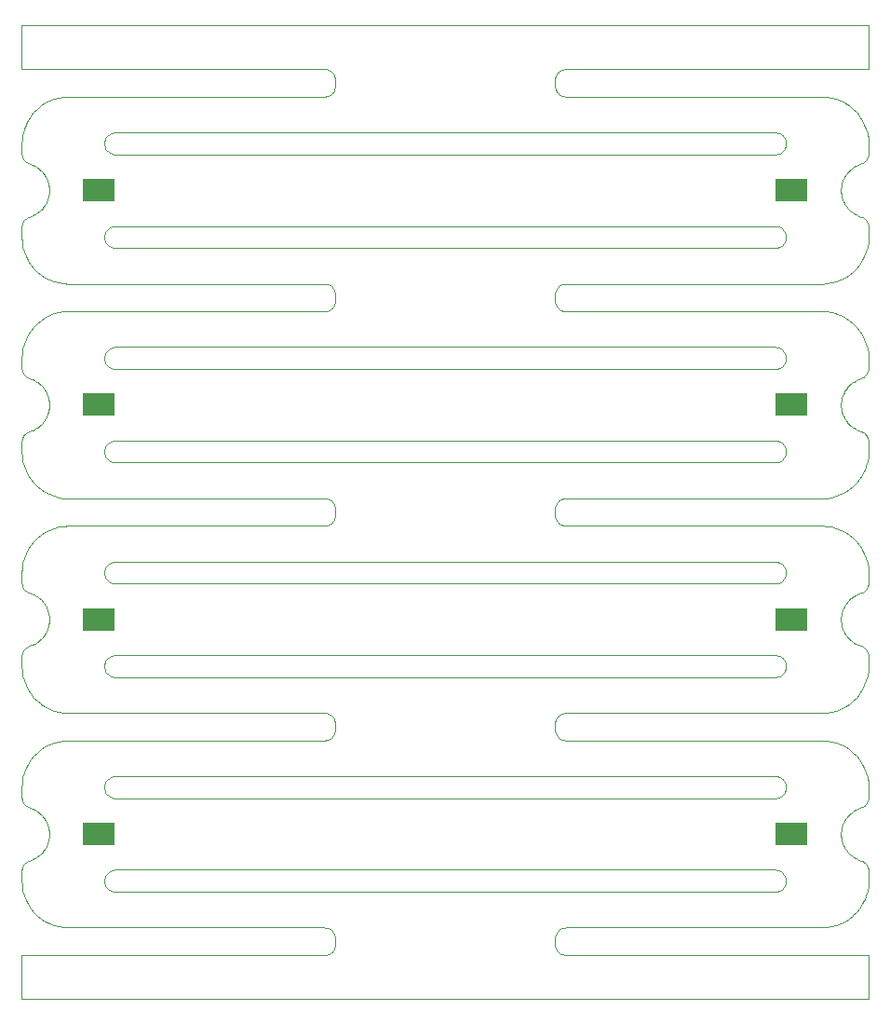
<source format=gbr>
G04 #@! TF.GenerationSoftware,KiCad,Pcbnew,5.1.5+dfsg1-2build2*
G04 #@! TF.CreationDate,2021-10-10T04:01:29+00:00*
G04 #@! TF.ProjectId,base_3.3,62617365-5f33-42e3-932e-6b696361645f,rev?*
G04 #@! TF.SameCoordinates,Original*
G04 #@! TF.FileFunction,Paste,Bot*
G04 #@! TF.FilePolarity,Positive*
%FSLAX46Y46*%
G04 Gerber Fmt 4.6, Leading zero omitted, Abs format (unit mm)*
G04 Created by KiCad (PCBNEW 5.1.5+dfsg1-2build2) date 2021-10-10 04:01:29*
%MOMM*%
%LPD*%
G04 APERTURE LIST*
G04 #@! TA.AperFunction,Profile*
%ADD10C,0.100000*%
G04 #@! TD*
%ADD11R,3.000000X2.000000*%
G04 APERTURE END LIST*
D10*
X118749900Y-102715900D02*
X118651100Y-102736200D01*
X118846400Y-102685700D02*
X118749900Y-102715900D01*
X118939300Y-102645900D02*
X118846400Y-102685700D01*
X119027600Y-102596800D02*
X118939300Y-102645900D01*
X119110800Y-102538900D02*
X119027600Y-102596800D01*
X119187500Y-102473100D02*
X119110800Y-102538900D01*
X119257100Y-102399800D02*
X119187500Y-102473100D01*
X119319000Y-102319900D02*
X119257100Y-102399800D01*
X119372400Y-102234100D02*
X119319000Y-102319900D01*
X119416900Y-102143400D02*
X119372400Y-102234100D01*
X119452000Y-102048600D02*
X119416900Y-102143400D01*
X119477300Y-101950700D02*
X119452000Y-102048600D01*
X119492600Y-101850800D02*
X119477300Y-101950700D01*
X119497700Y-101749900D02*
X119492600Y-101850800D01*
X119492600Y-101649200D02*
X119497700Y-101749900D01*
X119477300Y-101549300D02*
X119492600Y-101649200D01*
X119452000Y-101451500D02*
X119477300Y-101549300D01*
X119416900Y-101356700D02*
X119452000Y-101451500D01*
X119372400Y-101266000D02*
X119416900Y-101356700D01*
X119319000Y-101180200D02*
X119372400Y-101266000D01*
X119257100Y-101100300D02*
X119319000Y-101180200D01*
X119187300Y-101026800D02*
X119257100Y-101100300D01*
X119110600Y-100961000D02*
X119187300Y-101026800D01*
X119027600Y-100903300D02*
X119110600Y-100961000D01*
X118939300Y-100854200D02*
X119027600Y-100903300D01*
X118846600Y-100814500D02*
X118939300Y-100854200D01*
X118750200Y-100784200D02*
X118846600Y-100814500D01*
X118651200Y-100763800D02*
X118750200Y-100784200D01*
X118550700Y-100753600D02*
X118651200Y-100763800D01*
X118474800Y-100751000D02*
X118550700Y-100753600D01*
X58525400Y-100751000D02*
X118474800Y-100751000D01*
X58449200Y-100753600D02*
X58525400Y-100751000D01*
X58348800Y-100763800D02*
X58449200Y-100753600D01*
X58249800Y-100784200D02*
X58348800Y-100763800D01*
X58153400Y-100814500D02*
X58249800Y-100784200D01*
X58060500Y-100854300D02*
X58153400Y-100814500D01*
X57972100Y-100903400D02*
X58060500Y-100854300D01*
X57889200Y-100961100D02*
X57972100Y-100903400D01*
X57812500Y-101027000D02*
X57889200Y-100961100D01*
X57742900Y-101100300D02*
X57812500Y-101027000D01*
X57681000Y-101180200D02*
X57742900Y-101100300D01*
X57627600Y-101266000D02*
X57681000Y-101180200D01*
X57583100Y-101356700D02*
X57627600Y-101266000D01*
X57548100Y-101451200D02*
X57583100Y-101356700D01*
X57522700Y-101549100D02*
X57548100Y-101451200D01*
X57507400Y-101649000D02*
X57522700Y-101549100D01*
X57502300Y-101749900D02*
X57507400Y-101649000D01*
X57507400Y-101850800D02*
X57502300Y-101749900D01*
X57522700Y-101950700D02*
X57507400Y-101850800D01*
X57548000Y-102048600D02*
X57522700Y-101950700D01*
X57583100Y-102143400D02*
X57548000Y-102048600D01*
X57627600Y-102234100D02*
X57583100Y-102143400D01*
X57681000Y-102319900D02*
X57627600Y-102234100D01*
X57742900Y-102399800D02*
X57681000Y-102319900D01*
X57812500Y-102473100D02*
X57742900Y-102399800D01*
X57889200Y-102538900D02*
X57812500Y-102473100D01*
X57972100Y-102596700D02*
X57889200Y-102538900D01*
X58060500Y-102645700D02*
X57972100Y-102596700D01*
X58153400Y-102685600D02*
X58060500Y-102645700D01*
X58249800Y-102715900D02*
X58153400Y-102685600D01*
X58348800Y-102736200D02*
X58249800Y-102715900D01*
X58449300Y-102746500D02*
X58348800Y-102736200D01*
X58525200Y-102749000D02*
X58449300Y-102746500D01*
X118474900Y-102749000D02*
X58525200Y-102749000D01*
X118550500Y-102746500D02*
X118474900Y-102749000D01*
X118651100Y-102736200D02*
X118550500Y-102746500D01*
X118749900Y-94215900D02*
X118651100Y-94236200D01*
X118846400Y-94185700D02*
X118749900Y-94215900D01*
X118939300Y-94145900D02*
X118846400Y-94185700D01*
X119027600Y-94096800D02*
X118939300Y-94145900D01*
X119110800Y-94038900D02*
X119027600Y-94096800D01*
X119187500Y-93973100D02*
X119110800Y-94038900D01*
X119257100Y-93899800D02*
X119187500Y-93973100D01*
X119319000Y-93819900D02*
X119257100Y-93899800D01*
X119372400Y-93734100D02*
X119319000Y-93819900D01*
X119416900Y-93643400D02*
X119372400Y-93734100D01*
X119452000Y-93548600D02*
X119416900Y-93643400D01*
X119477300Y-93450700D02*
X119452000Y-93548600D01*
X119492600Y-93350800D02*
X119477300Y-93450700D01*
X119497700Y-93249900D02*
X119492600Y-93350800D01*
X119492600Y-93149200D02*
X119497700Y-93249900D01*
X119477300Y-93049300D02*
X119492600Y-93149200D01*
X119452000Y-92951500D02*
X119477300Y-93049300D01*
X119416900Y-92856700D02*
X119452000Y-92951500D01*
X119372400Y-92766000D02*
X119416900Y-92856700D01*
X119319000Y-92680200D02*
X119372400Y-92766000D01*
X119257100Y-92600300D02*
X119319000Y-92680200D01*
X119187300Y-92526800D02*
X119257100Y-92600300D01*
X119110600Y-92461000D02*
X119187300Y-92526800D01*
X119027600Y-92403300D02*
X119110600Y-92461000D01*
X118939300Y-92354200D02*
X119027600Y-92403300D01*
X118846600Y-92314500D02*
X118939300Y-92354200D01*
X118750200Y-92284200D02*
X118846600Y-92314500D01*
X118651200Y-92263800D02*
X118750200Y-92284200D01*
X118550700Y-92253600D02*
X118651200Y-92263800D01*
X118474800Y-92251000D02*
X118550700Y-92253600D01*
X58525400Y-92251000D02*
X118474800Y-92251000D01*
X58449200Y-92253600D02*
X58525400Y-92251000D01*
X58348800Y-92263800D02*
X58449200Y-92253600D01*
X58249800Y-92284200D02*
X58348800Y-92263800D01*
X58153400Y-92314500D02*
X58249800Y-92284200D01*
X58060500Y-92354300D02*
X58153400Y-92314500D01*
X57972100Y-92403400D02*
X58060500Y-92354300D01*
X57889200Y-92461100D02*
X57972100Y-92403400D01*
X57812500Y-92527000D02*
X57889200Y-92461100D01*
X57742900Y-92600300D02*
X57812500Y-92527000D01*
X57681000Y-92680200D02*
X57742900Y-92600300D01*
X57627600Y-92766000D02*
X57681000Y-92680200D01*
X57583100Y-92856700D02*
X57627600Y-92766000D01*
X57548100Y-92951200D02*
X57583100Y-92856700D01*
X57522700Y-93049100D02*
X57548100Y-92951200D01*
X57507400Y-93149000D02*
X57522700Y-93049100D01*
X57502300Y-93249900D02*
X57507400Y-93149000D01*
X57507400Y-93350800D02*
X57502300Y-93249900D01*
X57522700Y-93450700D02*
X57507400Y-93350800D01*
X57548000Y-93548600D02*
X57522700Y-93450700D01*
X57583100Y-93643400D02*
X57548000Y-93548600D01*
X57627600Y-93734100D02*
X57583100Y-93643400D01*
X57681000Y-93819900D02*
X57627600Y-93734100D01*
X57742900Y-93899800D02*
X57681000Y-93819900D01*
X57812500Y-93973100D02*
X57742900Y-93899800D01*
X57889200Y-94038900D02*
X57812500Y-93973100D01*
X57972100Y-94096700D02*
X57889200Y-94038900D01*
X58060500Y-94145700D02*
X57972100Y-94096700D01*
X58153400Y-94185600D02*
X58060500Y-94145700D01*
X58249800Y-94215900D02*
X58153400Y-94185600D01*
X58348800Y-94236200D02*
X58249800Y-94215900D01*
X58449300Y-94246500D02*
X58348800Y-94236200D01*
X58525200Y-94249000D02*
X58449300Y-94246500D01*
X118474900Y-94249000D02*
X58525200Y-94249000D01*
X118550500Y-94246500D02*
X118474900Y-94249000D01*
X118651100Y-94236200D02*
X118550500Y-94246500D01*
X118749900Y-83215900D02*
X118651000Y-83236200D01*
X118846400Y-83185700D02*
X118749900Y-83215900D01*
X118939300Y-83145800D02*
X118846400Y-83185700D01*
X119027600Y-83096800D02*
X118939300Y-83145800D01*
X119110800Y-83038900D02*
X119027600Y-83096800D01*
X119187500Y-82973100D02*
X119110800Y-83038900D01*
X119257100Y-82899800D02*
X119187500Y-82973100D01*
X119319000Y-82819900D02*
X119257100Y-82899800D01*
X119372400Y-82734100D02*
X119319000Y-82819900D01*
X119416900Y-82643300D02*
X119372400Y-82734100D01*
X119452000Y-82548600D02*
X119416900Y-82643300D01*
X119477300Y-82450700D02*
X119452000Y-82548600D01*
X119492600Y-82350800D02*
X119477300Y-82450700D01*
X119497700Y-82249900D02*
X119492600Y-82350800D01*
X119492600Y-82149200D02*
X119497700Y-82249900D01*
X119477300Y-82049300D02*
X119492600Y-82149200D01*
X119452000Y-81951500D02*
X119477300Y-82049300D01*
X119416900Y-81856700D02*
X119452000Y-81951500D01*
X119372400Y-81765900D02*
X119416900Y-81856700D01*
X119319000Y-81680200D02*
X119372400Y-81765900D01*
X119257100Y-81600200D02*
X119319000Y-81680200D01*
X119187300Y-81526800D02*
X119257100Y-81600200D01*
X119110600Y-81461000D02*
X119187300Y-81526800D01*
X119027600Y-81403200D02*
X119110600Y-81461000D01*
X118939300Y-81354200D02*
X119027600Y-81403200D01*
X118846600Y-81314500D02*
X118939300Y-81354200D01*
X118750200Y-81284200D02*
X118846600Y-81314500D01*
X118651200Y-81263800D02*
X118750200Y-81284200D01*
X118550700Y-81253600D02*
X118651200Y-81263800D01*
X118474800Y-81251000D02*
X118550700Y-81253600D01*
X58525300Y-81251000D02*
X118474800Y-81251000D01*
X58449200Y-81253600D02*
X58525300Y-81251000D01*
X58348800Y-81263800D02*
X58449200Y-81253600D01*
X58249800Y-81284200D02*
X58348800Y-81263800D01*
X58153400Y-81314500D02*
X58249800Y-81284200D01*
X58060500Y-81354300D02*
X58153400Y-81314500D01*
X57972100Y-81403400D02*
X58060500Y-81354300D01*
X57889200Y-81461100D02*
X57972100Y-81403400D01*
X57812500Y-81527000D02*
X57889200Y-81461100D01*
X57742900Y-81600200D02*
X57812500Y-81527000D01*
X57681000Y-81680200D02*
X57742900Y-81600200D01*
X57627600Y-81765900D02*
X57681000Y-81680200D01*
X57583100Y-81856700D02*
X57627600Y-81765900D01*
X57548100Y-81951200D02*
X57583100Y-81856700D01*
X57522700Y-82049000D02*
X57548100Y-81951200D01*
X57507400Y-82148900D02*
X57522700Y-82049000D01*
X57502300Y-82249900D02*
X57507400Y-82148900D01*
X57507400Y-82350800D02*
X57502300Y-82249900D01*
X57522700Y-82450700D02*
X57507400Y-82350800D01*
X57548000Y-82548600D02*
X57522700Y-82450700D01*
X57583100Y-82643300D02*
X57548000Y-82548600D01*
X57627600Y-82734100D02*
X57583100Y-82643300D01*
X57681000Y-82819900D02*
X57627600Y-82734100D01*
X57742900Y-82899800D02*
X57681000Y-82819900D01*
X57812500Y-82973100D02*
X57742900Y-82899800D01*
X57889200Y-83038900D02*
X57812500Y-82973100D01*
X57972100Y-83096700D02*
X57889200Y-83038900D01*
X58060500Y-83145700D02*
X57972100Y-83096700D01*
X58153400Y-83185600D02*
X58060500Y-83145700D01*
X58249800Y-83215800D02*
X58153400Y-83185600D01*
X58348800Y-83236200D02*
X58249800Y-83215800D01*
X58449300Y-83246400D02*
X58348800Y-83236200D01*
X58525200Y-83249000D02*
X58449300Y-83246400D01*
X118474800Y-83249000D02*
X58525200Y-83249000D01*
X118550600Y-83246400D02*
X118474800Y-83249000D01*
X118651000Y-83236200D02*
X118550600Y-83246400D01*
X118749900Y-74715900D02*
X118651000Y-74736200D01*
X118846400Y-74685700D02*
X118749900Y-74715900D01*
X118939300Y-74645800D02*
X118846400Y-74685700D01*
X119027600Y-74596800D02*
X118939300Y-74645800D01*
X119110800Y-74538900D02*
X119027600Y-74596800D01*
X119187500Y-74473100D02*
X119110800Y-74538900D01*
X119257100Y-74399800D02*
X119187500Y-74473100D01*
X119319000Y-74319900D02*
X119257100Y-74399800D01*
X119372400Y-74234100D02*
X119319000Y-74319900D01*
X119416900Y-74143300D02*
X119372400Y-74234100D01*
X119452000Y-74048600D02*
X119416900Y-74143300D01*
X119477300Y-73950700D02*
X119452000Y-74048600D01*
X119492600Y-73850800D02*
X119477300Y-73950700D01*
X119497700Y-73749900D02*
X119492600Y-73850800D01*
X119492600Y-73649200D02*
X119497700Y-73749900D01*
X119477300Y-73549300D02*
X119492600Y-73649200D01*
X119452000Y-73451500D02*
X119477300Y-73549300D01*
X119416900Y-73356700D02*
X119452000Y-73451500D01*
X119372400Y-73265900D02*
X119416900Y-73356700D01*
X119319000Y-73180200D02*
X119372400Y-73265900D01*
X119257100Y-73100200D02*
X119319000Y-73180200D01*
X119187300Y-73026800D02*
X119257100Y-73100200D01*
X119110600Y-72961000D02*
X119187300Y-73026800D01*
X119027600Y-72903200D02*
X119110600Y-72961000D01*
X118939300Y-72854200D02*
X119027600Y-72903200D01*
X118846600Y-72814500D02*
X118939300Y-72854200D01*
X118750200Y-72784200D02*
X118846600Y-72814500D01*
X118651200Y-72763800D02*
X118750200Y-72784200D01*
X118550700Y-72753600D02*
X118651200Y-72763800D01*
X118474800Y-72751000D02*
X118550700Y-72753600D01*
X58525300Y-72751000D02*
X118474800Y-72751000D01*
X58449200Y-72753600D02*
X58525300Y-72751000D01*
X58348800Y-72763800D02*
X58449200Y-72753600D01*
X58249800Y-72784200D02*
X58348800Y-72763800D01*
X58153400Y-72814500D02*
X58249800Y-72784200D01*
X58060500Y-72854300D02*
X58153400Y-72814500D01*
X57972100Y-72903400D02*
X58060500Y-72854300D01*
X57889200Y-72961100D02*
X57972100Y-72903400D01*
X57812500Y-73027000D02*
X57889200Y-72961100D01*
X57742900Y-73100200D02*
X57812500Y-73027000D01*
X57681000Y-73180200D02*
X57742900Y-73100200D01*
X57627600Y-73265900D02*
X57681000Y-73180200D01*
X57583100Y-73356700D02*
X57627600Y-73265900D01*
X57548100Y-73451200D02*
X57583100Y-73356700D01*
X57522700Y-73549000D02*
X57548100Y-73451200D01*
X57507400Y-73648900D02*
X57522700Y-73549000D01*
X57502300Y-73749900D02*
X57507400Y-73648900D01*
X57507400Y-73850800D02*
X57502300Y-73749900D01*
X57522700Y-73950700D02*
X57507400Y-73850800D01*
X57548000Y-74048600D02*
X57522700Y-73950700D01*
X57583100Y-74143300D02*
X57548000Y-74048600D01*
X57627600Y-74234100D02*
X57583100Y-74143300D01*
X57681000Y-74319900D02*
X57627600Y-74234100D01*
X57742900Y-74399800D02*
X57681000Y-74319900D01*
X57812500Y-74473100D02*
X57742900Y-74399800D01*
X57889200Y-74538900D02*
X57812500Y-74473100D01*
X57972100Y-74596700D02*
X57889200Y-74538900D01*
X58060500Y-74645700D02*
X57972100Y-74596700D01*
X58153400Y-74685600D02*
X58060500Y-74645700D01*
X58249800Y-74715800D02*
X58153400Y-74685600D01*
X58348800Y-74736200D02*
X58249800Y-74715800D01*
X58449300Y-74746400D02*
X58348800Y-74736200D01*
X58525200Y-74749000D02*
X58449300Y-74746400D01*
X118474800Y-74749000D02*
X58525200Y-74749000D01*
X118550600Y-74746400D02*
X118474800Y-74749000D01*
X118651000Y-74736200D02*
X118550600Y-74746400D01*
X118749900Y-63715900D02*
X118651000Y-63736200D01*
X118846400Y-63685700D02*
X118749900Y-63715900D01*
X118939300Y-63645800D02*
X118846400Y-63685700D01*
X119027600Y-63596800D02*
X118939300Y-63645800D01*
X119110600Y-63539100D02*
X119027600Y-63596800D01*
X119187300Y-63473200D02*
X119110600Y-63539100D01*
X119257100Y-63399800D02*
X119187300Y-63473200D01*
X119319000Y-63319900D02*
X119257100Y-63399800D01*
X119372300Y-63234300D02*
X119319000Y-63319900D01*
X119416800Y-63143600D02*
X119372300Y-63234300D01*
X119451900Y-63048800D02*
X119416800Y-63143600D01*
X119477300Y-62951000D02*
X119451900Y-63048800D01*
X119492600Y-62851100D02*
X119477300Y-62951000D01*
X119497700Y-62750100D02*
X119492600Y-62851100D01*
X119492600Y-62649200D02*
X119497700Y-62750100D01*
X119477300Y-62549300D02*
X119492600Y-62649200D01*
X119452000Y-62451500D02*
X119477300Y-62549300D01*
X119416900Y-62356700D02*
X119452000Y-62451500D01*
X119372400Y-62265900D02*
X119416900Y-62356700D01*
X119319000Y-62180200D02*
X119372400Y-62265900D01*
X119257100Y-62100200D02*
X119319000Y-62180200D01*
X119187300Y-62026800D02*
X119257100Y-62100200D01*
X119110600Y-61960900D02*
X119187300Y-62026800D01*
X119027900Y-61903400D02*
X119110600Y-61960900D01*
X118939500Y-61854300D02*
X119027900Y-61903400D01*
X118846600Y-61814400D02*
X118939500Y-61854300D01*
X118750200Y-61784200D02*
X118846600Y-61814400D01*
X118651200Y-61763800D02*
X118750200Y-61784200D01*
X118550700Y-61753600D02*
X118651200Y-61763800D01*
X118474800Y-61751000D02*
X118550700Y-61753600D01*
X58525200Y-61751000D02*
X118474800Y-61751000D01*
X58449300Y-61753600D02*
X58525200Y-61751000D01*
X58348800Y-61763800D02*
X58449300Y-61753600D01*
X58249800Y-61784200D02*
X58348800Y-61763800D01*
X58153400Y-61814400D02*
X58249800Y-61784200D01*
X58060500Y-61854300D02*
X58153400Y-61814400D01*
X57972100Y-61903400D02*
X58060500Y-61854300D01*
X57889200Y-61961100D02*
X57972100Y-61903400D01*
X57812500Y-62027000D02*
X57889200Y-61961100D01*
X57742900Y-62100200D02*
X57812500Y-62027000D01*
X57681000Y-62180200D02*
X57742900Y-62100200D01*
X57627600Y-62265900D02*
X57681000Y-62180200D01*
X57583100Y-62356700D02*
X57627600Y-62265900D01*
X57548000Y-62451500D02*
X57583100Y-62356700D01*
X57522700Y-62549000D02*
X57548000Y-62451500D01*
X57507400Y-62648900D02*
X57522700Y-62549000D01*
X57502300Y-62749900D02*
X57507400Y-62648900D01*
X57507400Y-62850800D02*
X57502300Y-62749900D01*
X57522700Y-62950700D02*
X57507400Y-62850800D01*
X57548000Y-63048500D02*
X57522700Y-62950700D01*
X57583100Y-63143300D02*
X57548000Y-63048500D01*
X57627600Y-63234100D02*
X57583100Y-63143300D01*
X57681000Y-63319900D02*
X57627600Y-63234100D01*
X57742900Y-63399800D02*
X57681000Y-63319900D01*
X57812500Y-63473000D02*
X57742900Y-63399800D01*
X57889200Y-63538900D02*
X57812500Y-63473000D01*
X57972100Y-63596600D02*
X57889200Y-63538900D01*
X58060500Y-63645700D02*
X57972100Y-63596600D01*
X58153400Y-63685600D02*
X58060500Y-63645700D01*
X58249800Y-63715800D02*
X58153400Y-63685600D01*
X58348800Y-63736200D02*
X58249800Y-63715800D01*
X58449300Y-63746400D02*
X58348800Y-63736200D01*
X58525200Y-63749000D02*
X58449300Y-63746400D01*
X118474800Y-63749000D02*
X58525200Y-63749000D01*
X118550700Y-63746400D02*
X118474800Y-63749000D01*
X118651000Y-63736200D02*
X118550700Y-63746400D01*
X118749900Y-55215900D02*
X118651000Y-55236200D01*
X118846400Y-55185700D02*
X118749900Y-55215900D01*
X118939300Y-55145800D02*
X118846400Y-55185700D01*
X119027600Y-55096800D02*
X118939300Y-55145800D01*
X119110600Y-55039100D02*
X119027600Y-55096800D01*
X119187300Y-54973200D02*
X119110600Y-55039100D01*
X119257100Y-54899800D02*
X119187300Y-54973200D01*
X119319000Y-54819900D02*
X119257100Y-54899800D01*
X119372300Y-54734300D02*
X119319000Y-54819900D01*
X119416800Y-54643600D02*
X119372300Y-54734300D01*
X119451900Y-54548800D02*
X119416800Y-54643600D01*
X119477300Y-54451000D02*
X119451900Y-54548800D01*
X119492600Y-54351100D02*
X119477300Y-54451000D01*
X119497700Y-54250100D02*
X119492600Y-54351100D01*
X119492600Y-54149200D02*
X119497700Y-54250100D01*
X119477300Y-54049300D02*
X119492600Y-54149200D01*
X119452000Y-53951500D02*
X119477300Y-54049300D01*
X119416900Y-53856700D02*
X119452000Y-53951500D01*
X119372400Y-53765900D02*
X119416900Y-53856700D01*
X119319000Y-53680200D02*
X119372400Y-53765900D01*
X119257100Y-53600200D02*
X119319000Y-53680200D01*
X119187300Y-53526800D02*
X119257100Y-53600200D01*
X119110600Y-53460900D02*
X119187300Y-53526800D01*
X119027900Y-53403400D02*
X119110600Y-53460900D01*
X118939500Y-53354300D02*
X119027900Y-53403400D01*
X118846600Y-53314400D02*
X118939500Y-53354300D01*
X118750200Y-53284200D02*
X118846600Y-53314400D01*
X118651200Y-53263800D02*
X118750200Y-53284200D01*
X118550700Y-53253600D02*
X118651200Y-53263800D01*
X118474800Y-53251000D02*
X118550700Y-53253600D01*
X58525200Y-53251000D02*
X118474800Y-53251000D01*
X58449300Y-53253600D02*
X58525200Y-53251000D01*
X58348800Y-53263800D02*
X58449300Y-53253600D01*
X58249800Y-53284200D02*
X58348800Y-53263800D01*
X58153400Y-53314400D02*
X58249800Y-53284200D01*
X58060500Y-53354300D02*
X58153400Y-53314400D01*
X57972100Y-53403400D02*
X58060500Y-53354300D01*
X57889200Y-53461100D02*
X57972100Y-53403400D01*
X57812500Y-53527000D02*
X57889200Y-53461100D01*
X57742900Y-53600200D02*
X57812500Y-53527000D01*
X57681000Y-53680200D02*
X57742900Y-53600200D01*
X57627600Y-53765900D02*
X57681000Y-53680200D01*
X57583100Y-53856700D02*
X57627600Y-53765900D01*
X57548000Y-53951500D02*
X57583100Y-53856700D01*
X57522700Y-54049000D02*
X57548000Y-53951500D01*
X57507400Y-54148900D02*
X57522700Y-54049000D01*
X57502300Y-54249900D02*
X57507400Y-54148900D01*
X57507400Y-54350800D02*
X57502300Y-54249900D01*
X57522700Y-54450700D02*
X57507400Y-54350800D01*
X57548000Y-54548500D02*
X57522700Y-54450700D01*
X57583100Y-54643300D02*
X57548000Y-54548500D01*
X57627600Y-54734100D02*
X57583100Y-54643300D01*
X57681000Y-54819900D02*
X57627600Y-54734100D01*
X57742900Y-54899800D02*
X57681000Y-54819900D01*
X57812500Y-54973000D02*
X57742900Y-54899800D01*
X57889200Y-55038900D02*
X57812500Y-54973000D01*
X57972100Y-55096600D02*
X57889200Y-55038900D01*
X58060500Y-55145700D02*
X57972100Y-55096600D01*
X58153400Y-55185600D02*
X58060500Y-55145700D01*
X58249800Y-55215800D02*
X58153400Y-55185600D01*
X58348800Y-55236200D02*
X58249800Y-55215800D01*
X58449300Y-55246400D02*
X58348800Y-55236200D01*
X58525200Y-55249000D02*
X58449300Y-55246400D01*
X118474800Y-55249000D02*
X58525200Y-55249000D01*
X118550700Y-55246400D02*
X118474800Y-55249000D01*
X118651000Y-55236200D02*
X118550700Y-55246400D01*
X118750200Y-122215900D02*
X118650700Y-122236300D01*
X118846600Y-122185600D02*
X118750200Y-122215900D01*
X118939500Y-122145700D02*
X118846600Y-122185600D01*
X119027900Y-122096700D02*
X118939500Y-122145700D01*
X119110800Y-122038900D02*
X119027900Y-122096700D01*
X119187500Y-121973100D02*
X119110800Y-122038900D01*
X119257100Y-121899800D02*
X119187500Y-121973100D01*
X119319000Y-121819900D02*
X119257100Y-121899800D01*
X119372400Y-121734100D02*
X119319000Y-121819900D01*
X119416900Y-121643400D02*
X119372400Y-121734100D01*
X119452000Y-121548600D02*
X119416900Y-121643400D01*
X119477300Y-121450800D02*
X119452000Y-121548600D01*
X119492600Y-121350900D02*
X119477300Y-121450800D01*
X119497700Y-121249900D02*
X119492600Y-121350900D01*
X119492600Y-121149300D02*
X119497700Y-121249900D01*
X119477300Y-121049300D02*
X119492600Y-121149300D01*
X119452000Y-120951500D02*
X119477300Y-121049300D01*
X119416900Y-120856700D02*
X119452000Y-120951500D01*
X119372400Y-120766000D02*
X119416900Y-120856700D01*
X119319000Y-120680200D02*
X119372400Y-120766000D01*
X119257100Y-120600300D02*
X119319000Y-120680200D01*
X119187300Y-120526800D02*
X119257100Y-120600300D01*
X119110600Y-120461000D02*
X119187300Y-120526800D01*
X119027600Y-120403300D02*
X119110600Y-120461000D01*
X118939300Y-120354200D02*
X119027600Y-120403300D01*
X118846600Y-120314500D02*
X118939300Y-120354200D01*
X118750200Y-120284200D02*
X118846600Y-120314500D01*
X118651200Y-120263900D02*
X118750200Y-120284200D01*
X118550700Y-120253600D02*
X118651200Y-120263900D01*
X118474800Y-120251100D02*
X118550700Y-120253600D01*
X58525000Y-120251100D02*
X118474800Y-120251100D01*
X58449600Y-120253600D02*
X58525000Y-120251100D01*
X58348800Y-120263900D02*
X58449600Y-120253600D01*
X58249800Y-120284200D02*
X58348800Y-120263900D01*
X58153400Y-120314500D02*
X58249800Y-120284200D01*
X58060500Y-120354400D02*
X58153400Y-120314500D01*
X57972100Y-120403400D02*
X58060500Y-120354400D01*
X57889200Y-120461200D02*
X57972100Y-120403400D01*
X57812500Y-120527000D02*
X57889200Y-120461200D01*
X57742900Y-120600300D02*
X57812500Y-120527000D01*
X57681000Y-120680200D02*
X57742900Y-120600300D01*
X57627600Y-120766000D02*
X57681000Y-120680200D01*
X57583100Y-120856700D02*
X57627600Y-120766000D01*
X57548100Y-120951200D02*
X57583100Y-120856700D01*
X57522700Y-121049100D02*
X57548100Y-120951200D01*
X57507400Y-121149000D02*
X57522700Y-121049100D01*
X57502300Y-121249900D02*
X57507400Y-121149000D01*
X57507400Y-121350900D02*
X57502300Y-121249900D01*
X57522700Y-121450800D02*
X57507400Y-121350900D01*
X57548000Y-121548600D02*
X57522700Y-121450800D01*
X57583100Y-121643400D02*
X57548000Y-121548600D01*
X57627600Y-121734100D02*
X57583100Y-121643400D01*
X57681000Y-121819900D02*
X57627600Y-121734100D01*
X57742900Y-121899800D02*
X57681000Y-121819900D01*
X57812500Y-121973100D02*
X57742900Y-121899800D01*
X57889200Y-122038900D02*
X57812500Y-121973100D01*
X57972100Y-122096700D02*
X57889200Y-122038900D01*
X58060500Y-122145700D02*
X57972100Y-122096700D01*
X58153400Y-122185600D02*
X58060500Y-122145700D01*
X58249800Y-122215900D02*
X58153400Y-122185600D01*
X58348800Y-122236200D02*
X58249800Y-122215900D01*
X58449300Y-122246500D02*
X58348800Y-122236200D01*
X58525200Y-122249100D02*
X58449300Y-122246500D01*
X118474500Y-122249100D02*
X58525200Y-122249100D01*
X118550900Y-122246500D02*
X118474500Y-122249100D01*
X118650700Y-122236300D02*
X118550900Y-122246500D01*
X118750200Y-113715900D02*
X118650700Y-113736300D01*
X118846600Y-113685600D02*
X118750200Y-113715900D01*
X118939500Y-113645700D02*
X118846600Y-113685600D01*
X119027900Y-113596700D02*
X118939500Y-113645700D01*
X119110800Y-113538900D02*
X119027900Y-113596700D01*
X119187500Y-113473100D02*
X119110800Y-113538900D01*
X119257100Y-113399800D02*
X119187500Y-113473100D01*
X119319000Y-113319900D02*
X119257100Y-113399800D01*
X119372400Y-113234100D02*
X119319000Y-113319900D01*
X119416900Y-113143400D02*
X119372400Y-113234100D01*
X119452000Y-113048600D02*
X119416900Y-113143400D01*
X119477300Y-112950800D02*
X119452000Y-113048600D01*
X119492600Y-112850900D02*
X119477300Y-112950800D01*
X119497700Y-112749900D02*
X119492600Y-112850900D01*
X119492600Y-112649300D02*
X119497700Y-112749900D01*
X119477300Y-112549300D02*
X119492600Y-112649300D01*
X119452000Y-112451500D02*
X119477300Y-112549300D01*
X119416900Y-112356700D02*
X119452000Y-112451500D01*
X119372400Y-112266000D02*
X119416900Y-112356700D01*
X119319000Y-112180200D02*
X119372400Y-112266000D01*
X119257100Y-112100300D02*
X119319000Y-112180200D01*
X119187300Y-112026800D02*
X119257100Y-112100300D01*
X119110600Y-111961000D02*
X119187300Y-112026800D01*
X119027600Y-111903300D02*
X119110600Y-111961000D01*
X118939300Y-111854200D02*
X119027600Y-111903300D01*
X118846600Y-111814500D02*
X118939300Y-111854200D01*
X118750200Y-111784200D02*
X118846600Y-111814500D01*
X118651200Y-111763900D02*
X118750200Y-111784200D01*
X118550700Y-111753600D02*
X118651200Y-111763900D01*
X118474800Y-111751100D02*
X118550700Y-111753600D01*
X58525000Y-111751100D02*
X118474800Y-111751100D01*
X58449600Y-111753600D02*
X58525000Y-111751100D01*
X58348800Y-111763900D02*
X58449600Y-111753600D01*
X58249800Y-111784200D02*
X58348800Y-111763900D01*
X58153400Y-111814500D02*
X58249800Y-111784200D01*
X58060500Y-111854400D02*
X58153400Y-111814500D01*
X57972100Y-111903400D02*
X58060500Y-111854400D01*
X57889200Y-111961200D02*
X57972100Y-111903400D01*
X57812500Y-112027000D02*
X57889200Y-111961200D01*
X57742900Y-112100300D02*
X57812500Y-112027000D01*
X57681000Y-112180200D02*
X57742900Y-112100300D01*
X57627600Y-112266000D02*
X57681000Y-112180200D01*
X57583100Y-112356700D02*
X57627600Y-112266000D01*
X57548100Y-112451200D02*
X57583100Y-112356700D01*
X57522700Y-112549100D02*
X57548100Y-112451200D01*
X57507400Y-112649000D02*
X57522700Y-112549100D01*
X57502300Y-112749900D02*
X57507400Y-112649000D01*
X57507400Y-112850900D02*
X57502300Y-112749900D01*
X57522700Y-112950800D02*
X57507400Y-112850900D01*
X57548000Y-113048600D02*
X57522700Y-112950800D01*
X57583100Y-113143400D02*
X57548000Y-113048600D01*
X57627600Y-113234100D02*
X57583100Y-113143400D01*
X57681000Y-113319900D02*
X57627600Y-113234100D01*
X57742900Y-113399800D02*
X57681000Y-113319900D01*
X57812500Y-113473100D02*
X57742900Y-113399800D01*
X57889200Y-113538900D02*
X57812500Y-113473100D01*
X57972100Y-113596700D02*
X57889200Y-113538900D01*
X58060500Y-113645700D02*
X57972100Y-113596700D01*
X58153400Y-113685600D02*
X58060500Y-113645700D01*
X58249800Y-113715900D02*
X58153400Y-113685600D01*
X58348800Y-113736200D02*
X58249800Y-113715900D01*
X58449300Y-113746500D02*
X58348800Y-113736200D01*
X58525200Y-113749100D02*
X58449300Y-113746500D01*
X118474500Y-113749100D02*
X58525200Y-113749100D01*
X118550900Y-113746500D02*
X118474500Y-113749100D01*
X118650700Y-113736300D02*
X118550900Y-113746500D01*
X126976500Y-43499000D02*
X50009200Y-43499700D01*
X126991800Y-43499800D02*
X126976500Y-43499000D01*
X126997700Y-43503000D02*
X126991800Y-43499800D01*
X127000200Y-43508200D02*
X126997700Y-43503000D01*
X127001000Y-43523500D02*
X127000200Y-43508200D01*
X127001000Y-47475500D02*
X127001000Y-43523500D01*
X126999700Y-47492700D02*
X127001000Y-47475500D01*
X126996300Y-47497400D02*
X126999700Y-47492700D01*
X126991800Y-47499200D02*
X126996300Y-47497400D01*
X99491300Y-47500000D02*
X126991800Y-47499200D01*
X99394000Y-47504800D02*
X99491300Y-47500000D01*
X99297900Y-47519000D02*
X99394000Y-47504800D01*
X99203600Y-47542600D02*
X99297900Y-47519000D01*
X99112200Y-47575400D02*
X99203600Y-47542600D01*
X99024300Y-47616900D02*
X99112200Y-47575400D01*
X98941000Y-47666900D02*
X99024300Y-47616900D01*
X98863000Y-47724700D02*
X98941000Y-47666900D01*
X98791000Y-47790000D02*
X98863000Y-47724700D01*
X98725700Y-47862000D02*
X98791000Y-47790000D01*
X98667900Y-47940000D02*
X98725700Y-47862000D01*
X98617900Y-48023300D02*
X98667900Y-47940000D01*
X98576400Y-48111100D02*
X98617900Y-48023300D01*
X98543700Y-48202600D02*
X98576400Y-48111100D01*
X98520000Y-48296900D02*
X98543700Y-48202600D01*
X98505800Y-48393000D02*
X98520000Y-48296900D01*
X98501000Y-48490200D02*
X98505800Y-48393000D01*
X98501000Y-49008800D02*
X98501000Y-48490200D01*
X98505800Y-49106000D02*
X98501000Y-49008800D01*
X98520000Y-49202100D02*
X98505800Y-49106000D01*
X98543700Y-49296400D02*
X98520000Y-49202100D01*
X98576400Y-49387900D02*
X98543700Y-49296400D01*
X98617900Y-49475700D02*
X98576400Y-49387900D01*
X98667900Y-49559000D02*
X98617900Y-49475700D01*
X98725700Y-49637000D02*
X98667900Y-49559000D01*
X98791000Y-49709000D02*
X98725700Y-49637000D01*
X98863000Y-49774300D02*
X98791000Y-49709000D01*
X98941000Y-49832100D02*
X98863000Y-49774300D01*
X99024300Y-49882100D02*
X98941000Y-49832100D01*
X99112200Y-49923600D02*
X99024300Y-49882100D01*
X99203600Y-49956400D02*
X99112200Y-49923600D01*
X99297900Y-49980000D02*
X99203600Y-49956400D01*
X99394000Y-49994200D02*
X99297900Y-49980000D01*
X99491300Y-49999000D02*
X99394000Y-49994200D01*
X122743400Y-49999000D02*
X99491300Y-49999000D01*
X123194100Y-50022600D02*
X122743400Y-49999000D01*
X123633500Y-50092200D02*
X123194100Y-50022600D01*
X124063300Y-50207300D02*
X123633500Y-50092200D01*
X124466700Y-50361800D02*
X124063300Y-50207300D01*
X124490700Y-50372500D02*
X124466700Y-50361800D01*
X124863800Y-50562500D02*
X124490700Y-50372500D01*
X124886500Y-50575700D02*
X124863800Y-50562500D01*
X125248700Y-50811300D02*
X124886500Y-50575700D01*
X125594100Y-51091000D02*
X125248700Y-50811300D01*
X125908700Y-51405600D02*
X125594100Y-51091000D01*
X126180800Y-51741100D02*
X125908700Y-51405600D01*
X126196300Y-51762300D02*
X126180800Y-51741100D01*
X126424300Y-52113500D02*
X126196300Y-51762300D01*
X126437400Y-52136200D02*
X126424300Y-52113500D01*
X126633300Y-52521400D02*
X126437400Y-52136200D01*
X126792500Y-52936300D02*
X126633300Y-52521400D01*
X126907700Y-53366000D02*
X126792500Y-52936300D01*
X126975700Y-53792600D02*
X126907700Y-53366000D01*
X126978400Y-53818800D02*
X126975700Y-53792600D01*
X127001000Y-54256500D02*
X126978400Y-53818800D01*
X127001000Y-55139700D02*
X127001000Y-54256500D01*
X126995900Y-55244100D02*
X127001000Y-55139700D01*
X126981400Y-55341600D02*
X126995900Y-55244100D01*
X126957200Y-55437700D02*
X126981400Y-55341600D01*
X126923900Y-55530500D02*
X126957200Y-55437700D01*
X126887300Y-55608200D02*
X126923900Y-55530500D01*
X126875600Y-55630000D02*
X126887300Y-55608200D01*
X126823700Y-55713800D02*
X126875600Y-55630000D01*
X126772100Y-55782500D02*
X126823700Y-55713800D01*
X126714100Y-55846600D02*
X126772100Y-55782500D01*
X126696500Y-55864100D02*
X126714100Y-55846600D01*
X126632400Y-55921400D02*
X126696500Y-55864100D01*
X126562800Y-55973000D02*
X126632400Y-55921400D01*
X126468400Y-56030200D02*
X126562800Y-55973000D01*
X126379100Y-56072000D02*
X126468400Y-56030200D01*
X126100100Y-56170700D02*
X126379100Y-56072000D01*
X126009400Y-56207800D02*
X126100100Y-56170700D01*
X125875300Y-56270600D02*
X126009400Y-56207800D01*
X125788700Y-56316400D02*
X125875300Y-56270600D01*
X125661400Y-56392000D02*
X125788700Y-56316400D01*
X125579800Y-56446200D02*
X125661400Y-56392000D01*
X125460600Y-56533900D02*
X125579800Y-56446200D01*
X125384600Y-56595900D02*
X125460600Y-56533900D01*
X125274600Y-56694900D02*
X125384600Y-56595900D01*
X125205100Y-56764000D02*
X125274600Y-56694900D01*
X125105400Y-56873400D02*
X125205100Y-56764000D01*
X125043000Y-56949000D02*
X125105400Y-56873400D01*
X124954500Y-57067700D02*
X125043000Y-56949000D01*
X124899900Y-57149100D02*
X124954500Y-57067700D01*
X124823600Y-57275900D02*
X124899900Y-57149100D01*
X124777200Y-57362300D02*
X124823600Y-57275900D01*
X124713700Y-57496000D02*
X124777200Y-57362300D01*
X124676000Y-57586500D02*
X124713700Y-57496000D01*
X124626000Y-57725800D02*
X124676000Y-57586500D01*
X124597400Y-57819500D02*
X124626000Y-57725800D01*
X124561300Y-57963100D02*
X124597400Y-57819500D01*
X124542200Y-58059200D02*
X124561300Y-57963100D01*
X124520400Y-58205600D02*
X124542200Y-58059200D01*
X124510700Y-58303100D02*
X124520400Y-58205600D01*
X124503400Y-58451000D02*
X124510700Y-58303100D01*
X124503400Y-58549000D02*
X124503400Y-58451000D01*
X124510700Y-58696900D02*
X124503400Y-58549000D01*
X124520400Y-58794400D02*
X124510700Y-58696900D01*
X124542200Y-58940800D02*
X124520400Y-58794400D01*
X124561300Y-59036900D02*
X124542200Y-58940800D01*
X124597400Y-59180500D02*
X124561300Y-59036900D01*
X124626000Y-59274200D02*
X124597400Y-59180500D01*
X124676000Y-59413500D02*
X124626000Y-59274200D01*
X124713700Y-59504000D02*
X124676000Y-59413500D01*
X124777200Y-59637700D02*
X124713700Y-59504000D01*
X124823600Y-59724100D02*
X124777200Y-59637700D01*
X124899900Y-59850900D02*
X124823600Y-59724100D01*
X124954500Y-59932300D02*
X124899900Y-59850900D01*
X125043000Y-60051000D02*
X124954500Y-59932300D01*
X125105400Y-60126600D02*
X125043000Y-60051000D01*
X125205100Y-60236000D02*
X125105400Y-60126600D01*
X125274600Y-60305100D02*
X125205100Y-60236000D01*
X125384600Y-60404100D02*
X125274600Y-60305100D01*
X125460600Y-60466100D02*
X125384600Y-60404100D01*
X125579800Y-60553800D02*
X125460600Y-60466100D01*
X125661500Y-60608000D02*
X125579800Y-60553800D01*
X125788700Y-60683600D02*
X125661500Y-60608000D01*
X125875300Y-60729500D02*
X125788700Y-60683600D01*
X126009400Y-60792200D02*
X125875300Y-60729500D01*
X126100100Y-60829300D02*
X126009400Y-60792200D01*
X126378700Y-60927800D02*
X126100100Y-60829300D01*
X126457100Y-60964100D02*
X126378700Y-60927800D01*
X126478900Y-60975700D02*
X126457100Y-60964100D01*
X126552700Y-61019900D02*
X126478900Y-60975700D01*
X126622500Y-61070900D02*
X126552700Y-61019900D01*
X126641700Y-61086500D02*
X126622500Y-61070900D01*
X126705400Y-61144300D02*
X126641700Y-61086500D01*
X126763800Y-61207900D02*
X126705400Y-61144300D01*
X126779400Y-61226800D02*
X126763800Y-61207900D01*
X126837500Y-61306700D02*
X126779400Y-61226800D01*
X126881600Y-61380600D02*
X126837500Y-61306700D01*
X126918900Y-61458500D02*
X126881600Y-61380600D01*
X126928400Y-61481300D02*
X126918900Y-61458500D01*
X126960600Y-61574500D02*
X126928400Y-61481300D01*
X126981400Y-61658400D02*
X126960600Y-61574500D01*
X126996700Y-61767700D02*
X126981400Y-61658400D01*
X127001000Y-61860300D02*
X126996700Y-61767700D01*
X127001000Y-62743400D02*
X127001000Y-61860300D01*
X126977400Y-63194100D02*
X127001000Y-62743400D01*
X126907800Y-63633500D02*
X126977400Y-63194100D01*
X126792700Y-64063300D02*
X126907800Y-63633500D01*
X126633000Y-64479200D02*
X126792700Y-64063300D01*
X126431000Y-64875600D02*
X126633000Y-64479200D01*
X126196300Y-65237600D02*
X126431000Y-64875600D01*
X126180900Y-65258900D02*
X126196300Y-65237600D01*
X125917400Y-65584200D02*
X126180900Y-65258900D01*
X125899800Y-65603800D02*
X125917400Y-65584200D01*
X125594400Y-65908700D02*
X125899800Y-65603800D01*
X125258900Y-66180800D02*
X125594400Y-65908700D01*
X125237700Y-66196300D02*
X125258900Y-66180800D01*
X124875500Y-66431100D02*
X125237700Y-66196300D01*
X124490500Y-66627600D02*
X124875500Y-66431100D01*
X124466800Y-66638200D02*
X124490500Y-66627600D01*
X124063700Y-66792500D02*
X124466800Y-66638200D01*
X123634000Y-66907700D02*
X124063700Y-66792500D01*
X123194500Y-66977300D02*
X123634000Y-66907700D01*
X122749900Y-67000900D02*
X123194500Y-66977300D01*
X99491300Y-67001000D02*
X122749900Y-67000900D01*
X99394000Y-67005800D02*
X99491300Y-67001000D01*
X99297900Y-67020000D02*
X99394000Y-67005800D01*
X99203600Y-67043600D02*
X99297900Y-67020000D01*
X99112200Y-67076400D02*
X99203600Y-67043600D01*
X99024300Y-67117900D02*
X99112200Y-67076400D01*
X98941000Y-67167900D02*
X99024300Y-67117900D01*
X98863000Y-67225700D02*
X98941000Y-67167900D01*
X98791000Y-67291000D02*
X98863000Y-67225700D01*
X98725700Y-67363000D02*
X98791000Y-67291000D01*
X98667900Y-67441000D02*
X98725700Y-67363000D01*
X98617900Y-67524300D02*
X98667900Y-67441000D01*
X98576400Y-67612100D02*
X98617900Y-67524300D01*
X98543700Y-67703600D02*
X98576400Y-67612100D01*
X98520000Y-67797900D02*
X98543700Y-67703600D01*
X98505800Y-67894000D02*
X98520000Y-67797900D01*
X98501000Y-67991200D02*
X98505800Y-67894000D01*
X98501000Y-68508800D02*
X98501000Y-67991200D01*
X98505800Y-68606000D02*
X98501000Y-68508800D01*
X98520000Y-68702100D02*
X98505800Y-68606000D01*
X98543700Y-68796400D02*
X98520000Y-68702100D01*
X98576400Y-68887900D02*
X98543700Y-68796400D01*
X98617900Y-68975700D02*
X98576400Y-68887900D01*
X98667900Y-69059000D02*
X98617900Y-68975700D01*
X98725700Y-69137000D02*
X98667900Y-69059000D01*
X98791000Y-69209000D02*
X98725700Y-69137000D01*
X98863000Y-69274300D02*
X98791000Y-69209000D01*
X98941000Y-69332200D02*
X98863000Y-69274300D01*
X99024300Y-69382100D02*
X98941000Y-69332200D01*
X99112200Y-69423600D02*
X99024300Y-69382100D01*
X99203600Y-69456400D02*
X99112200Y-69423600D01*
X99297900Y-69480000D02*
X99203600Y-69456400D01*
X99394000Y-69494200D02*
X99297900Y-69480000D01*
X99491300Y-69499000D02*
X99394000Y-69494200D01*
X122743400Y-69499000D02*
X99491300Y-69499000D01*
X123194600Y-69522700D02*
X122743400Y-69499000D01*
X123634000Y-69592300D02*
X123194600Y-69522700D01*
X124050900Y-69703700D02*
X123634000Y-69592300D01*
X124075900Y-69711800D02*
X124050900Y-69703700D01*
X124466700Y-69861800D02*
X124075900Y-69711800D01*
X124490700Y-69872500D02*
X124466700Y-69861800D01*
X124875100Y-70068700D02*
X124490700Y-69872500D01*
X125237600Y-70303700D02*
X124875100Y-70068700D01*
X125258900Y-70319200D02*
X125237600Y-70303700D01*
X125594100Y-70591000D02*
X125258900Y-70319200D01*
X125908700Y-70905600D02*
X125594100Y-70591000D01*
X126189000Y-71251800D02*
X125908700Y-70905600D01*
X126424300Y-71613500D02*
X126189000Y-71251800D01*
X126437400Y-71636200D02*
X126424300Y-71613500D01*
X126633300Y-72021400D02*
X126437400Y-71636200D01*
X126792500Y-72436300D02*
X126633300Y-72021400D01*
X126907700Y-72866000D02*
X126792500Y-72436300D01*
X126975700Y-73292700D02*
X126907700Y-72866000D01*
X126978400Y-73318800D02*
X126975700Y-73292700D01*
X127000900Y-73750100D02*
X126978400Y-73318800D01*
X127001000Y-74639900D02*
X127000900Y-73750100D01*
X126996800Y-74732000D02*
X127001000Y-74639900D01*
X126994300Y-74756600D02*
X126996800Y-74732000D01*
X126981300Y-74842100D02*
X126994300Y-74756600D01*
X126957300Y-74937200D02*
X126981300Y-74842100D01*
X126928400Y-75018700D02*
X126957300Y-74937200D01*
X126918900Y-75041500D02*
X126928400Y-75018700D01*
X126881500Y-75119500D02*
X126918900Y-75041500D01*
X126830900Y-75203500D02*
X126881500Y-75119500D01*
X126772100Y-75282600D02*
X126830900Y-75203500D01*
X126714100Y-75346600D02*
X126772100Y-75282600D01*
X126696500Y-75364100D02*
X126714100Y-75346600D01*
X126632100Y-75421700D02*
X126696500Y-75364100D01*
X126552700Y-75480100D02*
X126632100Y-75421700D01*
X126457300Y-75535800D02*
X126552700Y-75480100D01*
X126378600Y-75572200D02*
X126457300Y-75535800D01*
X126100100Y-75670700D02*
X126378600Y-75572200D01*
X126009400Y-75707800D02*
X126100100Y-75670700D01*
X125875300Y-75770600D02*
X126009400Y-75707800D01*
X125788700Y-75816400D02*
X125875300Y-75770600D01*
X125661400Y-75892000D02*
X125788700Y-75816400D01*
X125579800Y-75946200D02*
X125661400Y-75892000D01*
X125460600Y-76033900D02*
X125579800Y-75946200D01*
X125384600Y-76095900D02*
X125460600Y-76033900D01*
X125274600Y-76194900D02*
X125384600Y-76095900D01*
X125205100Y-76264000D02*
X125274600Y-76194900D01*
X125105400Y-76373400D02*
X125205100Y-76264000D01*
X125043000Y-76449000D02*
X125105400Y-76373400D01*
X124954500Y-76567700D02*
X125043000Y-76449000D01*
X124899900Y-76649100D02*
X124954500Y-76567700D01*
X124823600Y-76775900D02*
X124899900Y-76649100D01*
X124777200Y-76862300D02*
X124823600Y-76775900D01*
X124713700Y-76996000D02*
X124777200Y-76862300D01*
X124676000Y-77086500D02*
X124713700Y-76996000D01*
X124626000Y-77225800D02*
X124676000Y-77086500D01*
X124597400Y-77319500D02*
X124626000Y-77225800D01*
X124561300Y-77463100D02*
X124597400Y-77319500D01*
X124542200Y-77559200D02*
X124561300Y-77463100D01*
X124520400Y-77705600D02*
X124542200Y-77559200D01*
X124510700Y-77803200D02*
X124520400Y-77705600D01*
X124503400Y-77951000D02*
X124510700Y-77803200D01*
X124503400Y-78049000D02*
X124503400Y-77951000D01*
X124510700Y-78196900D02*
X124503400Y-78049000D01*
X124520400Y-78294400D02*
X124510700Y-78196900D01*
X124542200Y-78440800D02*
X124520400Y-78294400D01*
X124561300Y-78536900D02*
X124542200Y-78440800D01*
X124597400Y-78680500D02*
X124561300Y-78536900D01*
X124626000Y-78774200D02*
X124597400Y-78680500D01*
X124676000Y-78913600D02*
X124626000Y-78774200D01*
X124713700Y-79004100D02*
X124676000Y-78913600D01*
X124777200Y-79137800D02*
X124713700Y-79004100D01*
X124823600Y-79224100D02*
X124777200Y-79137800D01*
X124899900Y-79350900D02*
X124823600Y-79224100D01*
X124954500Y-79432300D02*
X124899900Y-79350900D01*
X125043000Y-79551000D02*
X124954500Y-79432300D01*
X125105400Y-79626600D02*
X125043000Y-79551000D01*
X125205100Y-79736000D02*
X125105400Y-79626600D01*
X125274600Y-79805100D02*
X125205100Y-79736000D01*
X125384600Y-79904200D02*
X125274600Y-79805100D01*
X125460600Y-79966100D02*
X125384600Y-79904200D01*
X125579800Y-80053900D02*
X125460600Y-79966100D01*
X125661500Y-80108000D02*
X125579800Y-80053900D01*
X125788700Y-80183600D02*
X125661500Y-80108000D01*
X125875300Y-80229500D02*
X125788700Y-80183600D01*
X126009400Y-80292200D02*
X125875300Y-80229500D01*
X126100100Y-80329300D02*
X126009400Y-80292200D01*
X126379100Y-80428000D02*
X126100100Y-80329300D01*
X126468400Y-80469800D02*
X126379100Y-80428000D01*
X126562800Y-80527000D02*
X126468400Y-80469800D01*
X126641700Y-80586500D02*
X126562800Y-80527000D01*
X126705400Y-80644300D02*
X126641700Y-80586500D01*
X126763800Y-80707900D02*
X126705400Y-80644300D01*
X126779500Y-80727000D02*
X126763800Y-80707900D01*
X126830700Y-80796100D02*
X126779500Y-80727000D01*
X126881800Y-80881000D02*
X126830700Y-80796100D01*
X126924100Y-80970100D02*
X126881800Y-80881000D01*
X126957400Y-81062800D02*
X126924100Y-80970100D01*
X126981400Y-81158400D02*
X126957400Y-81062800D01*
X126994300Y-81243400D02*
X126981400Y-81158400D01*
X126996800Y-81268000D02*
X126994300Y-81243400D01*
X127001000Y-81360300D02*
X126996800Y-81268000D01*
X127000900Y-82249900D02*
X127001000Y-81360300D01*
X126977300Y-82694600D02*
X127000900Y-82249900D01*
X126907700Y-83134100D02*
X126977300Y-82694600D01*
X126796400Y-83550900D02*
X126907700Y-83134100D01*
X126788200Y-83575900D02*
X126796400Y-83550900D01*
X126638200Y-83966800D02*
X126788200Y-83575900D01*
X126627500Y-83990800D02*
X126638200Y-83966800D01*
X126431300Y-84375100D02*
X126627500Y-83990800D01*
X126196300Y-84737600D02*
X126431300Y-84375100D01*
X126180900Y-84758900D02*
X126196300Y-84737600D01*
X125909000Y-85094100D02*
X126180900Y-84758900D01*
X125594400Y-85408700D02*
X125909000Y-85094100D01*
X125248700Y-85688700D02*
X125594400Y-85408700D01*
X124875100Y-85931300D02*
X125248700Y-85688700D01*
X124478600Y-86133300D02*
X124875100Y-85931300D01*
X124075900Y-86288200D02*
X124478600Y-86133300D01*
X124050900Y-86296400D02*
X124075900Y-86288200D01*
X123634000Y-86407700D02*
X124050900Y-86296400D01*
X123207400Y-86475700D02*
X123634000Y-86407700D01*
X123181200Y-86478400D02*
X123207400Y-86475700D01*
X122749900Y-86500900D02*
X123181200Y-86478400D01*
X99491300Y-86501000D02*
X122749900Y-86500900D01*
X99394000Y-86505800D02*
X99491300Y-86501000D01*
X99297900Y-86520000D02*
X99394000Y-86505800D01*
X99203600Y-86543700D02*
X99297900Y-86520000D01*
X99112200Y-86576400D02*
X99203600Y-86543700D01*
X99024300Y-86617900D02*
X99112200Y-86576400D01*
X98941000Y-86667900D02*
X99024300Y-86617900D01*
X98863000Y-86725700D02*
X98941000Y-86667900D01*
X98791000Y-86791000D02*
X98863000Y-86725700D01*
X98725700Y-86863000D02*
X98791000Y-86791000D01*
X98667900Y-86941000D02*
X98725700Y-86863000D01*
X98617900Y-87024300D02*
X98667900Y-86941000D01*
X98576400Y-87112200D02*
X98617900Y-87024300D01*
X98543700Y-87203600D02*
X98576400Y-87112200D01*
X98520000Y-87297900D02*
X98543700Y-87203600D01*
X98505800Y-87394000D02*
X98520000Y-87297900D01*
X98501000Y-87491300D02*
X98505800Y-87394000D01*
X98501000Y-88008800D02*
X98501000Y-87491300D01*
X98505800Y-88106000D02*
X98501000Y-88008800D01*
X98520000Y-88202100D02*
X98505800Y-88106000D01*
X98543700Y-88296400D02*
X98520000Y-88202100D01*
X98576400Y-88387900D02*
X98543700Y-88296400D01*
X98617900Y-88475700D02*
X98576400Y-88387900D01*
X98667900Y-88559000D02*
X98617900Y-88475700D01*
X98725700Y-88637100D02*
X98667900Y-88559000D01*
X98791000Y-88709000D02*
X98725700Y-88637100D01*
X98863000Y-88774300D02*
X98791000Y-88709000D01*
X98941000Y-88832200D02*
X98863000Y-88774300D01*
X99024300Y-88882100D02*
X98941000Y-88832200D01*
X99112200Y-88923600D02*
X99024300Y-88882100D01*
X99203600Y-88956400D02*
X99112200Y-88923600D01*
X99297900Y-88980000D02*
X99203600Y-88956400D01*
X99394000Y-88994200D02*
X99297900Y-88980000D01*
X99491300Y-88999000D02*
X99394000Y-88994200D01*
X122749900Y-88999100D02*
X99491300Y-88999000D01*
X123181200Y-89021600D02*
X122749900Y-88999100D01*
X123207300Y-89024400D02*
X123181200Y-89021600D01*
X123633500Y-89092200D02*
X123207300Y-89024400D01*
X124050900Y-89203700D02*
X123633500Y-89092200D01*
X124075900Y-89211800D02*
X124050900Y-89203700D01*
X124478700Y-89366800D02*
X124075900Y-89211800D01*
X124875600Y-89569000D02*
X124478700Y-89366800D01*
X125248700Y-89811400D02*
X124875600Y-89569000D01*
X125584200Y-90082600D02*
X125248700Y-89811400D01*
X125603800Y-90100200D02*
X125584200Y-90082600D01*
X125899800Y-90396200D02*
X125603800Y-90100200D01*
X125917400Y-90415800D02*
X125899800Y-90396200D01*
X126188700Y-90751400D02*
X125917400Y-90415800D01*
X126424300Y-91113500D02*
X126188700Y-90751400D01*
X126437400Y-91136200D02*
X126424300Y-91113500D01*
X126633100Y-91520900D02*
X126437400Y-91136200D01*
X126792500Y-91936300D02*
X126633100Y-91520900D01*
X126907700Y-92366000D02*
X126792500Y-91936300D01*
X126977400Y-92806000D02*
X126907700Y-92366000D01*
X127000900Y-93250200D02*
X126977400Y-92806000D01*
X127001000Y-94139700D02*
X127000900Y-93250200D01*
X126996800Y-94232000D02*
X127001000Y-94139700D01*
X126994300Y-94256700D02*
X126996800Y-94232000D01*
X126981400Y-94341700D02*
X126994300Y-94256700D01*
X126957300Y-94437300D02*
X126981400Y-94341700D01*
X126924000Y-94530000D02*
X126957300Y-94437300D01*
X126881500Y-94619500D02*
X126924000Y-94530000D01*
X126830700Y-94703900D02*
X126881500Y-94619500D01*
X126779600Y-94773000D02*
X126830700Y-94703900D01*
X126763800Y-94792100D02*
X126779600Y-94773000D01*
X126705700Y-94855400D02*
X126763800Y-94792100D01*
X126641700Y-94913500D02*
X126705700Y-94855400D01*
X126562800Y-94973100D02*
X126641700Y-94913500D01*
X126468400Y-95030300D02*
X126562800Y-94973100D01*
X126379100Y-95072000D02*
X126468400Y-95030300D01*
X126100100Y-95170800D02*
X126379100Y-95072000D01*
X126009400Y-95207900D02*
X126100100Y-95170800D01*
X125875300Y-95270600D02*
X126009400Y-95207900D01*
X125788700Y-95316400D02*
X125875300Y-95270600D01*
X125661400Y-95392000D02*
X125788700Y-95316400D01*
X125579800Y-95446200D02*
X125661400Y-95392000D01*
X125460600Y-95534000D02*
X125579800Y-95446200D01*
X125384600Y-95595900D02*
X125460600Y-95534000D01*
X125274600Y-95695000D02*
X125384600Y-95595900D01*
X125205100Y-95764100D02*
X125274600Y-95695000D01*
X125105400Y-95873500D02*
X125205100Y-95764100D01*
X125043000Y-95949100D02*
X125105400Y-95873500D01*
X124954500Y-96067800D02*
X125043000Y-95949100D01*
X124899900Y-96149100D02*
X124954500Y-96067800D01*
X124823600Y-96275900D02*
X124899900Y-96149100D01*
X124777200Y-96362300D02*
X124823600Y-96275900D01*
X124713700Y-96496000D02*
X124777200Y-96362300D01*
X124676000Y-96586500D02*
X124713700Y-96496000D01*
X124626000Y-96725800D02*
X124676000Y-96586500D01*
X124597400Y-96819600D02*
X124626000Y-96725800D01*
X124561300Y-96963100D02*
X124597400Y-96819600D01*
X124542200Y-97059200D02*
X124561300Y-96963100D01*
X124520400Y-97205600D02*
X124542200Y-97059200D01*
X124510700Y-97303200D02*
X124520400Y-97205600D01*
X124503400Y-97451000D02*
X124510700Y-97303200D01*
X124503400Y-97549000D02*
X124503400Y-97451000D01*
X124510700Y-97696900D02*
X124503400Y-97549000D01*
X124520400Y-97794400D02*
X124510700Y-97696900D01*
X124542200Y-97940800D02*
X124520400Y-97794400D01*
X124561300Y-98036900D02*
X124542200Y-97940800D01*
X124597400Y-98180500D02*
X124561300Y-98036900D01*
X124626000Y-98274300D02*
X124597400Y-98180500D01*
X124676000Y-98413600D02*
X124626000Y-98274300D01*
X124713700Y-98504100D02*
X124676000Y-98413600D01*
X124777200Y-98637800D02*
X124713700Y-98504100D01*
X124823600Y-98724100D02*
X124777200Y-98637800D01*
X124899900Y-98850900D02*
X124823600Y-98724100D01*
X124954500Y-98932300D02*
X124899900Y-98850900D01*
X125043000Y-99051000D02*
X124954500Y-98932300D01*
X125105400Y-99126600D02*
X125043000Y-99051000D01*
X125205100Y-99236000D02*
X125105400Y-99126600D01*
X125274600Y-99305100D02*
X125205100Y-99236000D01*
X125384600Y-99404200D02*
X125274600Y-99305100D01*
X125460600Y-99466100D02*
X125384600Y-99404200D01*
X125579800Y-99553900D02*
X125460600Y-99466100D01*
X125661500Y-99608000D02*
X125579800Y-99553900D01*
X125788700Y-99683600D02*
X125661500Y-99608000D01*
X125875300Y-99729500D02*
X125788700Y-99683600D01*
X126009400Y-99792200D02*
X125875300Y-99729500D01*
X126100100Y-99829300D02*
X126009400Y-99792200D01*
X126367300Y-99923500D02*
X126100100Y-99829300D01*
X126390200Y-99932900D02*
X126367300Y-99923500D01*
X126468000Y-99969600D02*
X126390200Y-99932900D01*
X126542400Y-100013500D02*
X126468000Y-99969600D01*
X126563000Y-100027100D02*
X126542400Y-100013500D01*
X126632500Y-100078700D02*
X126563000Y-100027100D01*
X126705400Y-100144300D02*
X126632500Y-100078700D01*
X126763800Y-100208000D02*
X126705400Y-100144300D01*
X126779500Y-100227000D02*
X126763800Y-100208000D01*
X126837500Y-100306800D02*
X126779500Y-100227000D01*
X126881800Y-100381000D02*
X126837500Y-100306800D01*
X126923900Y-100469600D02*
X126881800Y-100381000D01*
X126957200Y-100562400D02*
X126923900Y-100469600D01*
X126978600Y-100646100D02*
X126957200Y-100562400D01*
X126983400Y-100670400D02*
X126978600Y-100646100D01*
X126995800Y-100755500D02*
X126983400Y-100670400D01*
X127000900Y-100854200D02*
X126995800Y-100755500D01*
X127000900Y-101750200D02*
X127000900Y-100854200D01*
X126977300Y-102194600D02*
X127000900Y-101750200D01*
X126907700Y-102634100D02*
X126977300Y-102194600D01*
X126792500Y-103063800D02*
X126907700Y-102634100D01*
X126633000Y-103479200D02*
X126792500Y-103063800D01*
X126431000Y-103875600D02*
X126633000Y-103479200D01*
X126196300Y-104237700D02*
X126431000Y-103875600D01*
X126181000Y-104258700D02*
X126196300Y-104237700D01*
X125908700Y-104594500D02*
X126181000Y-104258700D01*
X125594000Y-104909100D02*
X125908700Y-104594500D01*
X125248200Y-105189100D02*
X125594000Y-104909100D01*
X124875100Y-105431400D02*
X125248200Y-105189100D01*
X124478600Y-105633300D02*
X124875100Y-105431400D01*
X124063300Y-105792700D02*
X124478600Y-105633300D01*
X123633500Y-105907900D02*
X124063300Y-105792700D01*
X123207400Y-105975700D02*
X123633500Y-105907900D01*
X123181200Y-105978400D02*
X123207400Y-105975700D01*
X122743500Y-106001000D02*
X123181200Y-105978400D01*
X99491300Y-106001000D02*
X122743500Y-106001000D01*
X99394000Y-106005800D02*
X99491300Y-106001000D01*
X99297900Y-106020100D02*
X99394000Y-106005800D01*
X99203600Y-106043700D02*
X99297900Y-106020100D01*
X99112200Y-106076400D02*
X99203600Y-106043700D01*
X99024300Y-106117900D02*
X99112200Y-106076400D01*
X98941000Y-106167900D02*
X99024300Y-106117900D01*
X98863000Y-106225800D02*
X98941000Y-106167900D01*
X98791000Y-106291000D02*
X98863000Y-106225800D01*
X98725700Y-106363000D02*
X98791000Y-106291000D01*
X98667900Y-106441000D02*
X98725700Y-106363000D01*
X98617900Y-106524300D02*
X98667900Y-106441000D01*
X98576400Y-106612200D02*
X98617900Y-106524300D01*
X98543700Y-106703600D02*
X98576400Y-106612200D01*
X98520000Y-106797900D02*
X98543700Y-106703600D01*
X98505800Y-106894000D02*
X98520000Y-106797900D01*
X98501000Y-106991300D02*
X98505800Y-106894000D01*
X98501000Y-107508800D02*
X98501000Y-106991300D01*
X98505800Y-107606100D02*
X98501000Y-107508800D01*
X98520000Y-107702200D02*
X98505800Y-107606100D01*
X98543700Y-107796500D02*
X98520000Y-107702200D01*
X98576400Y-107887900D02*
X98543700Y-107796500D01*
X98617900Y-107975800D02*
X98576400Y-107887900D01*
X98667900Y-108059100D02*
X98617900Y-107975800D01*
X98725700Y-108137100D02*
X98667900Y-108059100D01*
X98791000Y-108209100D02*
X98725700Y-108137100D01*
X98863000Y-108274400D02*
X98791000Y-108209100D01*
X98941000Y-108332200D02*
X98863000Y-108274400D01*
X99024300Y-108382200D02*
X98941000Y-108332200D01*
X99112200Y-108423700D02*
X99024300Y-108382200D01*
X99203600Y-108456400D02*
X99112200Y-108423700D01*
X99297900Y-108480000D02*
X99203600Y-108456400D01*
X99394000Y-108494300D02*
X99297900Y-108480000D01*
X99491300Y-108499100D02*
X99394000Y-108494300D01*
X122749900Y-108499200D02*
X99491300Y-108499100D01*
X123181200Y-108521600D02*
X122749900Y-108499200D01*
X123207300Y-108524400D02*
X123181200Y-108521600D01*
X123633500Y-108592200D02*
X123207300Y-108524400D01*
X124050900Y-108703700D02*
X123633500Y-108592200D01*
X124075900Y-108711800D02*
X124050900Y-108703700D01*
X124478700Y-108866800D02*
X124075900Y-108711800D01*
X124875100Y-109068800D02*
X124478700Y-108866800D01*
X125248300Y-109311100D02*
X124875100Y-109068800D01*
X125594500Y-109591400D02*
X125248300Y-109311100D01*
X125909000Y-109906000D02*
X125594500Y-109591400D01*
X126180800Y-110241100D02*
X125909000Y-109906000D01*
X126196300Y-110262400D02*
X126180800Y-110241100D01*
X126424300Y-110613500D02*
X126196300Y-110262400D01*
X126437400Y-110636300D02*
X126424300Y-110613500D01*
X126633100Y-111020900D02*
X126437400Y-110636300D01*
X126788200Y-111424100D02*
X126633100Y-111020900D01*
X126796300Y-111449100D02*
X126788200Y-111424100D01*
X126907700Y-111866100D02*
X126796300Y-111449100D01*
X126977300Y-112305500D02*
X126907700Y-111866100D01*
X127000900Y-112750200D02*
X126977300Y-112305500D01*
X127001000Y-113639800D02*
X127000900Y-112750200D01*
X126996800Y-113732100D02*
X127001000Y-113639800D01*
X126994300Y-113756700D02*
X126996800Y-113732100D01*
X126981400Y-113841700D02*
X126994300Y-113756700D01*
X126957300Y-113937300D02*
X126981400Y-113841700D01*
X126924000Y-114030100D02*
X126957300Y-113937300D01*
X126881800Y-114119100D02*
X126924000Y-114030100D01*
X126830700Y-114204000D02*
X126881800Y-114119100D01*
X126779600Y-114273000D02*
X126830700Y-114204000D01*
X126763800Y-114292100D02*
X126779600Y-114273000D01*
X126705700Y-114355500D02*
X126763800Y-114292100D01*
X126641700Y-114413500D02*
X126705700Y-114355500D01*
X126562800Y-114473100D02*
X126641700Y-114413500D01*
X126468400Y-114530300D02*
X126562800Y-114473100D01*
X126379100Y-114572100D02*
X126468400Y-114530300D01*
X126100100Y-114670800D02*
X126379100Y-114572100D01*
X126009400Y-114707900D02*
X126100100Y-114670800D01*
X125875300Y-114770600D02*
X126009400Y-114707900D01*
X125788700Y-114816500D02*
X125875300Y-114770600D01*
X125661400Y-114892100D02*
X125788700Y-114816500D01*
X125579800Y-114946200D02*
X125661400Y-114892100D01*
X125460600Y-115034000D02*
X125579800Y-114946200D01*
X125384600Y-115095900D02*
X125460600Y-115034000D01*
X125274600Y-115195000D02*
X125384600Y-115095900D01*
X125205100Y-115264100D02*
X125274600Y-115195000D01*
X125105400Y-115373500D02*
X125205100Y-115264100D01*
X125043000Y-115449100D02*
X125105400Y-115373500D01*
X124954500Y-115567800D02*
X125043000Y-115449100D01*
X124899900Y-115649100D02*
X124954500Y-115567800D01*
X124823600Y-115776000D02*
X124899900Y-115649100D01*
X124777200Y-115862300D02*
X124823600Y-115776000D01*
X124713700Y-115996000D02*
X124777200Y-115862300D01*
X124676000Y-116086500D02*
X124713700Y-115996000D01*
X124626000Y-116225800D02*
X124676000Y-116086500D01*
X124597400Y-116319600D02*
X124626000Y-116225800D01*
X124561300Y-116463100D02*
X124597400Y-116319600D01*
X124542200Y-116559300D02*
X124561300Y-116463100D01*
X124520400Y-116705700D02*
X124542200Y-116559300D01*
X124510700Y-116803200D02*
X124520400Y-116705700D01*
X124503400Y-116951000D02*
X124510700Y-116803200D01*
X124503400Y-117049100D02*
X124503400Y-116951000D01*
X124510700Y-117196900D02*
X124503400Y-117049100D01*
X124520400Y-117294400D02*
X124510700Y-117196900D01*
X124542200Y-117440900D02*
X124520400Y-117294400D01*
X124561300Y-117537000D02*
X124542200Y-117440900D01*
X124597400Y-117680500D02*
X124561300Y-117537000D01*
X124626000Y-117774300D02*
X124597400Y-117680500D01*
X124676000Y-117913600D02*
X124626000Y-117774300D01*
X124713700Y-118004100D02*
X124676000Y-117913600D01*
X124777200Y-118137800D02*
X124713700Y-118004100D01*
X124823600Y-118224100D02*
X124777200Y-118137800D01*
X124899900Y-118351000D02*
X124823600Y-118224100D01*
X124954500Y-118432300D02*
X124899900Y-118351000D01*
X125043000Y-118551000D02*
X124954500Y-118432300D01*
X125105400Y-118626600D02*
X125043000Y-118551000D01*
X125205100Y-118736000D02*
X125105400Y-118626600D01*
X125274600Y-118805100D02*
X125205100Y-118736000D01*
X125384600Y-118904200D02*
X125274600Y-118805100D01*
X125460600Y-118966100D02*
X125384600Y-118904200D01*
X125579800Y-119053900D02*
X125460600Y-118966100D01*
X125661500Y-119108000D02*
X125579800Y-119053900D01*
X125788700Y-119183600D02*
X125661500Y-119108000D01*
X125875300Y-119229500D02*
X125788700Y-119183600D01*
X126009400Y-119292200D02*
X125875300Y-119229500D01*
X126100100Y-119329300D02*
X126009400Y-119292200D01*
X126378700Y-119427900D02*
X126100100Y-119329300D01*
X126457300Y-119464300D02*
X126378700Y-119427900D01*
X126552700Y-119520000D02*
X126457300Y-119464300D01*
X126632100Y-119578400D02*
X126552700Y-119520000D01*
X126696500Y-119636000D02*
X126632100Y-119578400D01*
X126714100Y-119653400D02*
X126696500Y-119636000D01*
X126772100Y-119717500D02*
X126714100Y-119653400D01*
X126830700Y-119796200D02*
X126772100Y-119717500D01*
X126875500Y-119870000D02*
X126830700Y-119796200D01*
X126887200Y-119891800D02*
X126875500Y-119870000D01*
X126923900Y-119969600D02*
X126887200Y-119891800D01*
X126953400Y-120050900D02*
X126923900Y-119969600D01*
X126960600Y-120074500D02*
X126953400Y-120050900D01*
X126983400Y-120170400D02*
X126960600Y-120074500D01*
X126995900Y-120256000D02*
X126983400Y-120170400D01*
X127000900Y-120354300D02*
X126995900Y-120256000D01*
X127000900Y-121250000D02*
X127000900Y-120354300D01*
X126977300Y-121694700D02*
X127000900Y-121250000D01*
X126910200Y-122120900D02*
X126977300Y-121694700D01*
X126904700Y-122146600D02*
X126910200Y-122120900D01*
X126792700Y-122563400D02*
X126904700Y-122146600D01*
X126638200Y-122966800D02*
X126792700Y-122563400D01*
X126627500Y-122990800D02*
X126638200Y-122966800D01*
X126431300Y-123375200D02*
X126627500Y-122990800D01*
X126196300Y-123737700D02*
X126431300Y-123375200D01*
X126180900Y-123758900D02*
X126196300Y-123737700D01*
X125909000Y-124094100D02*
X126180900Y-123758900D01*
X125603800Y-124399800D02*
X125909000Y-124094100D01*
X125584300Y-124417400D02*
X125603800Y-124399800D01*
X125248700Y-124688800D02*
X125584300Y-124417400D01*
X124875100Y-124931400D02*
X125248700Y-124688800D01*
X124490800Y-125127600D02*
X124875100Y-124931400D01*
X124466800Y-125138200D02*
X124490800Y-125127600D01*
X124075900Y-125288300D02*
X124466800Y-125138200D01*
X124050900Y-125296400D02*
X124075900Y-125288300D01*
X123634000Y-125407800D02*
X124050900Y-125296400D01*
X123207400Y-125475700D02*
X123634000Y-125407800D01*
X123181200Y-125478500D02*
X123207400Y-125475700D01*
X122743500Y-125501100D02*
X123181200Y-125478500D01*
X99491300Y-125501100D02*
X122743500Y-125501100D01*
X99394000Y-125505800D02*
X99491300Y-125501100D01*
X99297900Y-125520100D02*
X99394000Y-125505800D01*
X99203600Y-125543700D02*
X99297900Y-125520100D01*
X99112200Y-125576400D02*
X99203600Y-125543700D01*
X99024300Y-125618000D02*
X99112200Y-125576400D01*
X98941000Y-125667900D02*
X99024300Y-125618000D01*
X98863000Y-125725800D02*
X98941000Y-125667900D01*
X98791000Y-125791000D02*
X98863000Y-125725800D01*
X98725700Y-125863000D02*
X98791000Y-125791000D01*
X98667900Y-125941100D02*
X98725700Y-125863000D01*
X98617900Y-126024400D02*
X98667900Y-125941100D01*
X98576400Y-126112200D02*
X98617900Y-126024400D01*
X98543700Y-126203700D02*
X98576400Y-126112200D01*
X98520000Y-126297900D02*
X98543700Y-126203700D01*
X98505800Y-126394000D02*
X98520000Y-126297900D01*
X98501000Y-126491300D02*
X98505800Y-126394000D01*
X98501000Y-127009800D02*
X98501000Y-126491300D01*
X98505800Y-127107100D02*
X98501000Y-127009800D01*
X98520000Y-127203200D02*
X98505800Y-127107100D01*
X98543700Y-127297400D02*
X98520000Y-127203200D01*
X98576400Y-127388900D02*
X98543700Y-127297400D01*
X98617900Y-127476700D02*
X98576400Y-127388900D01*
X98667900Y-127560100D02*
X98617900Y-127476700D01*
X98725700Y-127638100D02*
X98667900Y-127560100D01*
X98791000Y-127710100D02*
X98725700Y-127638100D01*
X98863000Y-127775300D02*
X98791000Y-127710100D01*
X98941000Y-127833200D02*
X98863000Y-127775300D01*
X99024300Y-127883200D02*
X98941000Y-127833200D01*
X99112200Y-127924700D02*
X99024300Y-127883200D01*
X99203600Y-127957400D02*
X99112200Y-127924700D01*
X99297900Y-127981000D02*
X99203600Y-127957400D01*
X99394000Y-127995300D02*
X99297900Y-127981000D01*
X99491300Y-128000100D02*
X99394000Y-127995300D01*
X126991800Y-128000900D02*
X99491300Y-128000100D01*
X126996300Y-128002700D02*
X126991800Y-128000900D01*
X126999700Y-128007400D02*
X126996300Y-128002700D01*
X127001000Y-128024600D02*
X126999700Y-128007400D01*
X127001000Y-131976500D02*
X127001000Y-128024600D01*
X127000200Y-131991900D02*
X127001000Y-131976500D01*
X126997000Y-131997800D02*
X127000200Y-131991900D01*
X126991800Y-132000300D02*
X126997000Y-131997800D01*
X126976500Y-132001100D02*
X126991800Y-132000300D01*
X50023500Y-132001100D02*
X126976500Y-132001100D01*
X50008200Y-132000300D02*
X50023500Y-132001100D01*
X50002300Y-131997100D02*
X50008200Y-132000300D01*
X49999800Y-131991900D02*
X50002300Y-131997100D01*
X49999000Y-131976500D02*
X49999800Y-131991900D01*
X49999000Y-128024600D02*
X49999000Y-131976500D01*
X50000300Y-128007400D02*
X49999000Y-128024600D01*
X50003000Y-128003300D02*
X50000300Y-128007400D01*
X50008200Y-128000900D02*
X50003000Y-128003300D01*
X77508800Y-128000100D02*
X50008200Y-128000900D01*
X77606000Y-127995300D02*
X77508800Y-128000100D01*
X77702100Y-127981000D02*
X77606000Y-127995300D01*
X77796400Y-127957400D02*
X77702100Y-127981000D01*
X77887900Y-127924700D02*
X77796400Y-127957400D01*
X77975700Y-127883200D02*
X77887900Y-127924700D01*
X78059000Y-127833200D02*
X77975700Y-127883200D01*
X78137100Y-127775300D02*
X78059000Y-127833200D01*
X78209000Y-127710100D02*
X78137100Y-127775300D01*
X78274300Y-127638100D02*
X78209000Y-127710100D01*
X78332200Y-127560100D02*
X78274300Y-127638100D01*
X78382100Y-127476700D02*
X78332200Y-127560100D01*
X78423600Y-127388900D02*
X78382100Y-127476700D01*
X78456400Y-127297400D02*
X78423600Y-127388900D01*
X78480000Y-127203200D02*
X78456400Y-127297400D01*
X78494200Y-127107100D02*
X78480000Y-127203200D01*
X78499000Y-127009800D02*
X78494200Y-127107100D01*
X78499000Y-126491300D02*
X78499000Y-127009800D01*
X78494200Y-126394000D02*
X78499000Y-126491300D01*
X78480000Y-126297900D02*
X78494200Y-126394000D01*
X78456400Y-126203700D02*
X78480000Y-126297900D01*
X78423600Y-126112200D02*
X78456400Y-126203700D01*
X78382100Y-126024400D02*
X78423600Y-126112200D01*
X78332200Y-125941100D02*
X78382100Y-126024400D01*
X78274300Y-125863000D02*
X78332200Y-125941100D01*
X78209000Y-125791100D02*
X78274300Y-125863000D01*
X78137100Y-125725800D02*
X78209000Y-125791100D01*
X78059000Y-125667900D02*
X78137100Y-125725800D01*
X77975700Y-125618000D02*
X78059000Y-125667900D01*
X77887900Y-125576500D02*
X77975700Y-125618000D01*
X77796400Y-125543700D02*
X77887900Y-125576500D01*
X77702100Y-125520100D02*
X77796400Y-125543700D01*
X77606000Y-125505900D02*
X77702100Y-125520100D01*
X77508800Y-125501100D02*
X77606000Y-125505900D01*
X54256600Y-125501100D02*
X77508800Y-125501100D01*
X53805900Y-125477400D02*
X54256600Y-125501100D01*
X53366500Y-125407900D02*
X53805900Y-125477400D01*
X52936700Y-125292700D02*
X53366500Y-125407900D01*
X52533300Y-125138300D02*
X52936700Y-125292700D01*
X52509300Y-125127600D02*
X52533300Y-125138300D01*
X52136200Y-124937500D02*
X52509300Y-125127600D01*
X52113500Y-124924400D02*
X52136200Y-124937500D01*
X51751300Y-124688700D02*
X52113500Y-124924400D01*
X51405900Y-124409100D02*
X51751300Y-124688700D01*
X51091300Y-124094500D02*
X51405900Y-124409100D01*
X50819200Y-123759000D02*
X51091300Y-124094500D01*
X50803700Y-123737700D02*
X50819200Y-123759000D01*
X50575700Y-123386600D02*
X50803700Y-123737700D01*
X50562600Y-123363800D02*
X50575700Y-123386600D01*
X50366700Y-122978700D02*
X50562600Y-123363800D01*
X50207500Y-122563800D02*
X50366700Y-122978700D01*
X50092300Y-122134000D02*
X50207500Y-122563800D01*
X50024300Y-121707400D02*
X50092300Y-122134000D01*
X50021600Y-121681300D02*
X50024300Y-121707400D01*
X49999000Y-121243500D02*
X50021600Y-121681300D01*
X49999000Y-120360400D02*
X49999000Y-121243500D01*
X50004100Y-120255900D02*
X49999000Y-120360400D01*
X50018600Y-120158400D02*
X50004100Y-120255900D01*
X50042800Y-120062400D02*
X50018600Y-120158400D01*
X50076100Y-119969600D02*
X50042800Y-120062400D01*
X50112700Y-119891900D02*
X50076100Y-119969600D01*
X50124400Y-119870100D02*
X50112700Y-119891900D01*
X50176300Y-119786300D02*
X50124400Y-119870100D01*
X50227900Y-119717500D02*
X50176300Y-119786300D01*
X50285900Y-119653400D02*
X50227900Y-119717500D01*
X50303500Y-119636000D02*
X50285900Y-119653400D01*
X50367600Y-119578700D02*
X50303500Y-119636000D01*
X50437200Y-119527000D02*
X50367600Y-119578700D01*
X50531700Y-119469800D02*
X50437200Y-119527000D01*
X50620900Y-119428000D02*
X50531700Y-119469800D01*
X50899900Y-119329300D02*
X50620900Y-119428000D01*
X50990600Y-119292200D02*
X50899900Y-119329300D01*
X51124700Y-119229500D02*
X50990600Y-119292200D01*
X51211300Y-119183600D02*
X51124700Y-119229500D01*
X51338600Y-119108000D02*
X51211300Y-119183600D01*
X51420200Y-119053900D02*
X51338600Y-119108000D01*
X51539400Y-118966100D02*
X51420200Y-119053900D01*
X51615400Y-118904200D02*
X51539400Y-118966100D01*
X51725400Y-118805100D02*
X51615400Y-118904200D01*
X51794900Y-118736000D02*
X51725400Y-118805100D01*
X51894600Y-118626600D02*
X51794900Y-118736000D01*
X51957000Y-118551000D02*
X51894600Y-118626600D01*
X52045500Y-118432300D02*
X51957000Y-118551000D01*
X52100100Y-118351000D02*
X52045500Y-118432300D01*
X52176400Y-118224100D02*
X52100100Y-118351000D01*
X52222800Y-118137800D02*
X52176400Y-118224100D01*
X52286300Y-118004100D02*
X52222800Y-118137800D01*
X52324000Y-117913600D02*
X52286300Y-118004100D01*
X52374000Y-117774300D02*
X52324000Y-117913600D01*
X52402600Y-117680500D02*
X52374000Y-117774300D01*
X52438700Y-117537000D02*
X52402600Y-117680500D01*
X52457800Y-117440900D02*
X52438700Y-117537000D01*
X52479700Y-117294400D02*
X52457800Y-117440900D01*
X52489300Y-117196900D02*
X52479700Y-117294400D01*
X52496600Y-117049100D02*
X52489300Y-117196900D01*
X52496600Y-116951000D02*
X52496600Y-117049100D01*
X52489300Y-116803200D02*
X52496600Y-116951000D01*
X52479700Y-116705700D02*
X52489300Y-116803200D01*
X52457800Y-116559300D02*
X52479700Y-116705700D01*
X52438700Y-116463100D02*
X52457800Y-116559300D01*
X52402600Y-116319600D02*
X52438700Y-116463100D01*
X52374000Y-116225800D02*
X52402600Y-116319600D01*
X52324000Y-116086500D02*
X52374000Y-116225800D01*
X52286300Y-115996000D02*
X52324000Y-116086500D01*
X52222800Y-115862300D02*
X52286300Y-115996000D01*
X52176400Y-115776000D02*
X52222800Y-115862300D01*
X52100100Y-115649100D02*
X52176400Y-115776000D01*
X52045500Y-115567800D02*
X52100100Y-115649100D01*
X51957000Y-115449100D02*
X52045500Y-115567800D01*
X51894600Y-115373500D02*
X51957000Y-115449100D01*
X51794900Y-115264100D02*
X51894600Y-115373500D01*
X51725400Y-115195000D02*
X51794900Y-115264100D01*
X51615400Y-115095900D02*
X51725400Y-115195000D01*
X51539400Y-115034000D02*
X51615400Y-115095900D01*
X51420200Y-114946200D02*
X51539400Y-115034000D01*
X51338600Y-114892100D02*
X51420200Y-114946200D01*
X51211300Y-114816500D02*
X51338600Y-114892100D01*
X51124700Y-114770600D02*
X51211300Y-114816500D01*
X50990600Y-114707900D02*
X51124700Y-114770600D01*
X50899900Y-114670800D02*
X50990600Y-114707900D01*
X50621300Y-114572200D02*
X50899900Y-114670800D01*
X50542900Y-114535900D02*
X50621300Y-114572200D01*
X50521100Y-114524300D02*
X50542900Y-114535900D01*
X50447300Y-114480200D02*
X50521100Y-114524300D01*
X50377500Y-114429200D02*
X50447300Y-114480200D01*
X50358300Y-114413600D02*
X50377500Y-114429200D01*
X50294600Y-114355800D02*
X50358300Y-114413600D01*
X50236200Y-114292100D02*
X50294600Y-114355800D01*
X50220600Y-114273200D02*
X50236200Y-114292100D01*
X50162500Y-114193300D02*
X50220600Y-114273200D01*
X50118400Y-114119500D02*
X50162500Y-114193300D01*
X50081100Y-114041600D02*
X50118400Y-114119500D01*
X50071600Y-114018700D02*
X50081100Y-114041600D01*
X50039400Y-113925600D02*
X50071600Y-114018700D01*
X50018600Y-113841600D02*
X50039400Y-113925600D01*
X50003300Y-113732300D02*
X50018600Y-113841600D01*
X49999000Y-113639800D02*
X50003300Y-113732300D01*
X49999000Y-112756700D02*
X49999000Y-113639800D01*
X50022600Y-112306000D02*
X49999000Y-112756700D01*
X50092200Y-111866500D02*
X50022600Y-112306000D01*
X50207300Y-111436800D02*
X50092200Y-111866500D01*
X50367000Y-111020900D02*
X50207300Y-111436800D01*
X50569000Y-110624500D02*
X50367000Y-111020900D01*
X50803700Y-110262400D02*
X50569000Y-110624500D01*
X50819100Y-110241200D02*
X50803700Y-110262400D01*
X51082600Y-109915800D02*
X50819100Y-110241200D01*
X51100200Y-109896300D02*
X51082600Y-109915800D01*
X51405600Y-109591400D02*
X51100200Y-109896300D01*
X51741100Y-109319200D02*
X51405600Y-109591400D01*
X51762300Y-109303800D02*
X51741100Y-109319200D01*
X52124500Y-109069000D02*
X51762300Y-109303800D01*
X52509500Y-108872400D02*
X52124500Y-109069000D01*
X52533200Y-108861900D02*
X52509500Y-108872400D01*
X52936300Y-108707500D02*
X52533200Y-108861900D01*
X53366000Y-108592300D02*
X52936300Y-108707500D01*
X53805500Y-108522700D02*
X53366000Y-108592300D01*
X54250100Y-108499100D02*
X53805500Y-108522700D01*
X77508800Y-108499100D02*
X54250100Y-108499100D01*
X77606000Y-108494300D02*
X77508800Y-108499100D01*
X77702100Y-108480000D02*
X77606000Y-108494300D01*
X77796400Y-108456400D02*
X77702100Y-108480000D01*
X77887900Y-108423700D02*
X77796400Y-108456400D01*
X77975700Y-108382200D02*
X77887900Y-108423700D01*
X78059000Y-108332200D02*
X77975700Y-108382200D01*
X78137100Y-108274300D02*
X78059000Y-108332200D01*
X78209000Y-108209100D02*
X78137100Y-108274300D01*
X78274300Y-108137100D02*
X78209000Y-108209100D01*
X78332200Y-108059100D02*
X78274300Y-108137100D01*
X78382100Y-107975700D02*
X78332200Y-108059100D01*
X78423600Y-107887900D02*
X78382100Y-107975700D01*
X78456400Y-107796400D02*
X78423600Y-107887900D01*
X78480000Y-107702200D02*
X78456400Y-107796400D01*
X78494200Y-107606100D02*
X78480000Y-107702200D01*
X78499000Y-107508800D02*
X78494200Y-107606100D01*
X78499000Y-106991300D02*
X78499000Y-107508800D01*
X78494200Y-106894000D02*
X78499000Y-106991300D01*
X78480000Y-106797900D02*
X78494200Y-106894000D01*
X78456400Y-106703600D02*
X78480000Y-106797900D01*
X78423600Y-106612200D02*
X78456400Y-106703600D01*
X78382100Y-106524300D02*
X78423600Y-106612200D01*
X78332200Y-106441000D02*
X78382100Y-106524300D01*
X78274300Y-106363000D02*
X78332200Y-106441000D01*
X78209000Y-106291000D02*
X78274300Y-106363000D01*
X78137100Y-106225700D02*
X78209000Y-106291000D01*
X78059000Y-106167900D02*
X78137100Y-106225700D01*
X77975700Y-106117900D02*
X78059000Y-106167900D01*
X77887900Y-106076400D02*
X77975700Y-106117900D01*
X77796400Y-106043700D02*
X77887900Y-106076400D01*
X77702100Y-106020000D02*
X77796400Y-106043700D01*
X77606000Y-106005800D02*
X77702100Y-106020000D01*
X77508800Y-106001000D02*
X77606000Y-106005800D01*
X54256500Y-106001000D02*
X77508800Y-106001000D01*
X53805400Y-105977400D02*
X54256500Y-106001000D01*
X53366000Y-105907700D02*
X53805400Y-105977400D01*
X52949100Y-105796400D02*
X53366000Y-105907700D01*
X52924100Y-105788300D02*
X52949100Y-105796400D01*
X52533300Y-105638200D02*
X52924100Y-105788300D01*
X52509300Y-105627600D02*
X52533300Y-105638200D01*
X52124900Y-105431300D02*
X52509300Y-105627600D01*
X51762400Y-105196300D02*
X52124900Y-105431300D01*
X51741100Y-105180900D02*
X51762400Y-105196300D01*
X51405900Y-104909000D02*
X51741100Y-105180900D01*
X51091300Y-104594500D02*
X51405900Y-104909000D01*
X50811000Y-104248300D02*
X51091300Y-104594500D01*
X50575700Y-103886600D02*
X50811000Y-104248300D01*
X50562600Y-103863800D02*
X50575700Y-103886600D01*
X50366700Y-103478700D02*
X50562600Y-103863800D01*
X50207500Y-103063800D02*
X50366700Y-103478700D01*
X50092300Y-102634000D02*
X50207500Y-103063800D01*
X50024300Y-102207400D02*
X50092300Y-102634000D01*
X50021600Y-102181300D02*
X50024300Y-102207400D01*
X49999100Y-101749900D02*
X50021600Y-102181300D01*
X49999000Y-100860200D02*
X49999100Y-101749900D01*
X50003200Y-100768000D02*
X49999000Y-100860200D01*
X50005700Y-100743400D02*
X50003200Y-100768000D01*
X50018700Y-100657900D02*
X50005700Y-100743400D01*
X50042700Y-100562800D02*
X50018700Y-100657900D01*
X50071600Y-100481400D02*
X50042700Y-100562800D01*
X50081100Y-100458500D02*
X50071600Y-100481400D01*
X50118500Y-100380600D02*
X50081100Y-100458500D01*
X50169100Y-100296500D02*
X50118500Y-100380600D01*
X50227900Y-100217500D02*
X50169100Y-100296500D01*
X50285900Y-100153400D02*
X50227900Y-100217500D01*
X50303500Y-100136000D02*
X50285900Y-100153400D01*
X50367900Y-100078300D02*
X50303500Y-100136000D01*
X50447300Y-100019900D02*
X50367900Y-100078300D01*
X50542700Y-99964300D02*
X50447300Y-100019900D01*
X50621400Y-99927800D02*
X50542700Y-99964300D01*
X50899900Y-99829300D02*
X50621400Y-99927800D01*
X50990600Y-99792200D02*
X50899900Y-99829300D01*
X51124700Y-99729500D02*
X50990600Y-99792200D01*
X51211300Y-99683600D02*
X51124700Y-99729500D01*
X51338600Y-99608000D02*
X51211300Y-99683600D01*
X51420200Y-99553900D02*
X51338600Y-99608000D01*
X51539400Y-99466100D02*
X51420200Y-99553900D01*
X51615400Y-99404200D02*
X51539400Y-99466100D01*
X51725400Y-99305100D02*
X51615400Y-99404200D01*
X51794900Y-99236000D02*
X51725400Y-99305100D01*
X51894600Y-99126600D02*
X51794900Y-99236000D01*
X51957000Y-99051000D02*
X51894600Y-99126600D01*
X52045500Y-98932300D02*
X51957000Y-99051000D01*
X52100100Y-98850900D02*
X52045500Y-98932300D01*
X52176400Y-98724100D02*
X52100100Y-98850900D01*
X52222800Y-98637800D02*
X52176400Y-98724100D01*
X52286300Y-98504100D02*
X52222800Y-98637800D01*
X52324000Y-98413600D02*
X52286300Y-98504100D01*
X52374000Y-98274300D02*
X52324000Y-98413600D01*
X52402600Y-98180500D02*
X52374000Y-98274300D01*
X52438700Y-98036900D02*
X52402600Y-98180500D01*
X52457800Y-97940800D02*
X52438700Y-98036900D01*
X52479700Y-97794400D02*
X52457800Y-97940800D01*
X52489300Y-97696900D02*
X52479700Y-97794400D01*
X52496600Y-97549000D02*
X52489300Y-97696900D01*
X52496600Y-97451000D02*
X52496600Y-97549000D01*
X52489300Y-97303200D02*
X52496600Y-97451000D01*
X52479700Y-97205600D02*
X52489300Y-97303200D01*
X52457800Y-97059200D02*
X52479700Y-97205600D01*
X52438700Y-96963100D02*
X52457800Y-97059200D01*
X52402600Y-96819600D02*
X52438700Y-96963100D01*
X52374000Y-96725800D02*
X52402600Y-96819600D01*
X52324000Y-96586500D02*
X52374000Y-96725800D01*
X52286300Y-96496000D02*
X52324000Y-96586500D01*
X52222800Y-96362300D02*
X52286300Y-96496000D01*
X52176400Y-96275900D02*
X52222800Y-96362300D01*
X52100100Y-96149100D02*
X52176400Y-96275900D01*
X52045500Y-96067800D02*
X52100100Y-96149100D01*
X51957000Y-95949100D02*
X52045500Y-96067800D01*
X51894600Y-95873500D02*
X51957000Y-95949100D01*
X51794900Y-95764100D02*
X51894600Y-95873500D01*
X51725400Y-95695000D02*
X51794900Y-95764100D01*
X51615400Y-95595900D02*
X51725400Y-95695000D01*
X51539400Y-95534000D02*
X51615400Y-95595900D01*
X51420200Y-95446200D02*
X51539400Y-95534000D01*
X51338600Y-95392000D02*
X51420200Y-95446200D01*
X51211300Y-95316400D02*
X51338600Y-95392000D01*
X51124700Y-95270600D02*
X51211300Y-95316400D01*
X50990600Y-95207900D02*
X51124700Y-95270600D01*
X50899900Y-95170800D02*
X50990600Y-95207900D01*
X50620900Y-95072000D02*
X50899900Y-95170800D01*
X50531600Y-95030200D02*
X50620900Y-95072000D01*
X50437200Y-94973100D02*
X50531600Y-95030200D01*
X50358300Y-94913500D02*
X50437200Y-94973100D01*
X50294600Y-94855800D02*
X50358300Y-94913500D01*
X50236200Y-94792100D02*
X50294600Y-94855800D01*
X50220500Y-94773000D02*
X50236200Y-94792100D01*
X50169300Y-94703900D02*
X50220500Y-94773000D01*
X50118200Y-94619000D02*
X50169300Y-94703900D01*
X50075900Y-94530000D02*
X50118200Y-94619000D01*
X50042600Y-94437200D02*
X50075900Y-94530000D01*
X50018600Y-94341600D02*
X50042600Y-94437200D01*
X50005700Y-94256700D02*
X50018600Y-94341600D01*
X50003200Y-94232100D02*
X50005700Y-94256700D01*
X49999000Y-94139800D02*
X50003200Y-94232100D01*
X49999100Y-93250100D02*
X49999000Y-94139800D01*
X50022700Y-92805400D02*
X49999100Y-93250100D01*
X50092300Y-92366000D02*
X50022700Y-92805400D01*
X50203600Y-91949100D02*
X50092300Y-92366000D01*
X50211800Y-91924100D02*
X50203600Y-91949100D01*
X50361800Y-91533300D02*
X50211800Y-91924100D01*
X50372500Y-91509300D02*
X50361800Y-91533300D01*
X50568700Y-91124900D02*
X50372500Y-91509300D01*
X50803700Y-90762400D02*
X50568700Y-91124900D01*
X50819100Y-90741100D02*
X50803700Y-90762400D01*
X51091000Y-90406000D02*
X50819100Y-90741100D01*
X51405600Y-90091300D02*
X51091000Y-90406000D01*
X51751300Y-89811300D02*
X51405600Y-90091300D01*
X52124900Y-89568700D02*
X51751300Y-89811300D01*
X52521400Y-89366800D02*
X52124900Y-89568700D01*
X52924100Y-89211800D02*
X52521400Y-89366800D01*
X52949100Y-89203700D02*
X52924100Y-89211800D01*
X53366000Y-89092300D02*
X52949100Y-89203700D01*
X53792600Y-89024400D02*
X53366000Y-89092300D01*
X53818800Y-89021600D02*
X53792600Y-89024400D01*
X54250100Y-88999100D02*
X53818800Y-89021600D01*
X77508800Y-88999000D02*
X54250100Y-88999100D01*
X77606000Y-88994200D02*
X77508800Y-88999000D01*
X77702100Y-88980000D02*
X77606000Y-88994200D01*
X77796400Y-88956400D02*
X77702100Y-88980000D01*
X77887900Y-88923700D02*
X77796400Y-88956400D01*
X77975700Y-88882100D02*
X77887900Y-88923700D01*
X78059000Y-88832200D02*
X77975700Y-88882100D01*
X78137100Y-88774300D02*
X78059000Y-88832200D01*
X78209000Y-88709100D02*
X78137100Y-88774300D01*
X78274300Y-88637100D02*
X78209000Y-88709100D01*
X78332200Y-88559000D02*
X78274300Y-88637100D01*
X78382100Y-88475700D02*
X78332200Y-88559000D01*
X78423600Y-88387900D02*
X78382100Y-88475700D01*
X78456400Y-88296400D02*
X78423600Y-88387900D01*
X78480000Y-88202200D02*
X78456400Y-88296400D01*
X78494200Y-88106100D02*
X78480000Y-88202200D01*
X78499000Y-88008800D02*
X78494200Y-88106100D01*
X78499000Y-87491300D02*
X78499000Y-88008800D01*
X78494200Y-87394000D02*
X78499000Y-87491300D01*
X78480000Y-87297900D02*
X78494200Y-87394000D01*
X78456400Y-87203600D02*
X78480000Y-87297900D01*
X78423600Y-87112200D02*
X78456400Y-87203600D01*
X78382100Y-87024300D02*
X78423600Y-87112200D01*
X78332200Y-86941000D02*
X78382100Y-87024300D01*
X78274300Y-86863000D02*
X78332200Y-86941000D01*
X78209000Y-86791000D02*
X78274300Y-86863000D01*
X78137100Y-86725700D02*
X78209000Y-86791000D01*
X78059000Y-86667900D02*
X78137100Y-86725700D01*
X77975700Y-86617900D02*
X78059000Y-86667900D01*
X77887900Y-86576400D02*
X77975700Y-86617900D01*
X77796400Y-86543600D02*
X77887900Y-86576400D01*
X77702100Y-86520000D02*
X77796400Y-86543600D01*
X77606000Y-86505800D02*
X77702100Y-86520000D01*
X77508800Y-86501000D02*
X77606000Y-86505800D01*
X54250100Y-86500900D02*
X77508800Y-86501000D01*
X53818800Y-86478400D02*
X54250100Y-86500900D01*
X53792700Y-86475700D02*
X53818800Y-86478400D01*
X53366500Y-86407800D02*
X53792700Y-86475700D01*
X52949100Y-86296400D02*
X53366500Y-86407800D01*
X52924100Y-86288300D02*
X52949100Y-86296400D01*
X52521300Y-86133300D02*
X52924100Y-86288300D01*
X52124400Y-85931000D02*
X52521300Y-86133300D01*
X51751300Y-85688700D02*
X52124400Y-85931000D01*
X51415800Y-85417400D02*
X51751300Y-85688700D01*
X51396200Y-85399800D02*
X51415800Y-85417400D01*
X51100200Y-85103800D02*
X51396200Y-85399800D01*
X51082600Y-85084300D02*
X51100200Y-85103800D01*
X50811300Y-84748700D02*
X51082600Y-85084300D01*
X50575700Y-84386600D02*
X50811300Y-84748700D01*
X50562600Y-84363800D02*
X50575700Y-84386600D01*
X50366900Y-83979100D02*
X50562600Y-84363800D01*
X50207500Y-83563800D02*
X50366900Y-83979100D01*
X50092300Y-83134000D02*
X50207500Y-83563800D01*
X50022600Y-82694000D02*
X50092300Y-83134000D01*
X49999100Y-82249900D02*
X50022600Y-82694000D01*
X49999000Y-81360300D02*
X49999100Y-82249900D01*
X50003200Y-81268000D02*
X49999000Y-81360300D01*
X50005700Y-81243400D02*
X50003200Y-81268000D01*
X50018600Y-81158400D02*
X50005700Y-81243400D01*
X50042700Y-81062800D02*
X50018600Y-81158400D01*
X50076000Y-80970000D02*
X50042700Y-81062800D01*
X50118500Y-80880500D02*
X50076000Y-80970000D01*
X50169300Y-80796100D02*
X50118500Y-80880500D01*
X50220400Y-80727000D02*
X50169300Y-80796100D01*
X50236200Y-80708000D02*
X50220400Y-80727000D01*
X50294300Y-80644600D02*
X50236200Y-80708000D01*
X50358300Y-80586500D02*
X50294300Y-80644600D01*
X50437200Y-80527000D02*
X50358300Y-80586500D01*
X50531700Y-80469800D02*
X50437200Y-80527000D01*
X50620900Y-80428000D02*
X50531700Y-80469800D01*
X50899900Y-80329300D02*
X50620900Y-80428000D01*
X50990600Y-80292200D02*
X50899900Y-80329300D01*
X51124700Y-80229500D02*
X50990600Y-80292200D01*
X51211300Y-80183600D02*
X51124700Y-80229500D01*
X51338600Y-80108000D02*
X51211300Y-80183600D01*
X51420200Y-80053900D02*
X51338600Y-80108000D01*
X51539400Y-79966100D02*
X51420200Y-80053900D01*
X51615400Y-79904200D02*
X51539400Y-79966100D01*
X51725400Y-79805100D02*
X51615400Y-79904200D01*
X51794900Y-79736000D02*
X51725400Y-79805100D01*
X51894600Y-79626600D02*
X51794900Y-79736000D01*
X51957000Y-79551000D02*
X51894600Y-79626600D01*
X52045500Y-79432300D02*
X51957000Y-79551000D01*
X52100100Y-79350900D02*
X52045500Y-79432300D01*
X52176400Y-79224100D02*
X52100100Y-79350900D01*
X52222800Y-79137800D02*
X52176400Y-79224100D01*
X52286300Y-79004100D02*
X52222800Y-79137800D01*
X52324000Y-78913600D02*
X52286300Y-79004100D01*
X52374000Y-78774200D02*
X52324000Y-78913600D01*
X52402600Y-78680500D02*
X52374000Y-78774200D01*
X52438700Y-78536900D02*
X52402600Y-78680500D01*
X52457800Y-78440800D02*
X52438700Y-78536900D01*
X52479700Y-78294400D02*
X52457800Y-78440800D01*
X52489300Y-78196900D02*
X52479700Y-78294400D01*
X52496600Y-78049000D02*
X52489300Y-78196900D01*
X52496600Y-77951000D02*
X52496600Y-78049000D01*
X52489300Y-77803200D02*
X52496600Y-77951000D01*
X52479700Y-77705600D02*
X52489300Y-77803200D01*
X52457800Y-77559200D02*
X52479700Y-77705600D01*
X52438700Y-77463100D02*
X52457800Y-77559200D01*
X52402600Y-77319500D02*
X52438700Y-77463100D01*
X52374000Y-77225800D02*
X52402600Y-77319500D01*
X52324000Y-77086500D02*
X52374000Y-77225800D01*
X52286300Y-76996000D02*
X52324000Y-77086500D01*
X52222800Y-76862300D02*
X52286300Y-76996000D01*
X52176400Y-76775900D02*
X52222800Y-76862300D01*
X52100100Y-76649100D02*
X52176400Y-76775900D01*
X52045500Y-76567700D02*
X52100100Y-76649100D01*
X51957000Y-76449000D02*
X52045500Y-76567700D01*
X51894600Y-76373400D02*
X51957000Y-76449000D01*
X51794900Y-76264000D02*
X51894600Y-76373400D01*
X51725400Y-76194900D02*
X51794900Y-76264000D01*
X51615400Y-76095900D02*
X51725400Y-76194900D01*
X51539400Y-76033900D02*
X51615400Y-76095900D01*
X51420200Y-75946200D02*
X51539400Y-76033900D01*
X51338600Y-75892000D02*
X51420200Y-75946200D01*
X51211300Y-75816400D02*
X51338600Y-75892000D01*
X51124700Y-75770600D02*
X51211300Y-75816400D01*
X50990600Y-75707800D02*
X51124700Y-75770600D01*
X50899900Y-75670700D02*
X50990600Y-75707800D01*
X50632700Y-75576500D02*
X50899900Y-75670700D01*
X50609800Y-75567200D02*
X50632700Y-75576500D01*
X50532000Y-75530400D02*
X50609800Y-75567200D01*
X50457600Y-75486600D02*
X50532000Y-75530400D01*
X50437000Y-75472900D02*
X50457600Y-75486600D01*
X50367500Y-75421400D02*
X50437000Y-75472900D01*
X50294600Y-75355700D02*
X50367500Y-75421400D01*
X50236200Y-75292100D02*
X50294600Y-75355700D01*
X50220500Y-75273000D02*
X50236200Y-75292100D01*
X50162500Y-75193300D02*
X50220500Y-75273000D01*
X50118200Y-75119000D02*
X50162500Y-75193300D01*
X50076100Y-75030400D02*
X50118200Y-75119000D01*
X50042800Y-74937700D02*
X50076100Y-75030400D01*
X50021400Y-74853900D02*
X50042800Y-74937700D01*
X50016600Y-74829700D02*
X50021400Y-74853900D01*
X50004200Y-74744600D02*
X50016600Y-74829700D01*
X49999100Y-74645800D02*
X50004200Y-74744600D01*
X49999100Y-73749800D02*
X49999100Y-74645800D01*
X50022700Y-73305400D02*
X49999100Y-73749800D01*
X50092300Y-72866000D02*
X50022700Y-73305400D01*
X50207500Y-72436200D02*
X50092300Y-72866000D01*
X50367000Y-72020900D02*
X50207500Y-72436200D01*
X50569000Y-71624400D02*
X50367000Y-72020900D01*
X50803700Y-71262400D02*
X50569000Y-71624400D01*
X50819000Y-71241300D02*
X50803700Y-71262400D01*
X51091300Y-70905600D02*
X50819000Y-71241300D01*
X51406000Y-70591000D02*
X51091300Y-70905600D01*
X51751800Y-70311000D02*
X51406000Y-70591000D01*
X52124900Y-70068700D02*
X51751800Y-70311000D01*
X52521400Y-69866700D02*
X52124900Y-70068700D01*
X52936800Y-69707300D02*
X52521400Y-69866700D01*
X53366500Y-69592200D02*
X52936800Y-69707300D01*
X53792600Y-69524400D02*
X53366500Y-69592200D01*
X53818800Y-69521600D02*
X53792600Y-69524400D01*
X54256500Y-69499000D02*
X53818800Y-69521600D01*
X77508800Y-69499000D02*
X54256500Y-69499000D01*
X77606000Y-69494200D02*
X77508800Y-69499000D01*
X77702100Y-69480000D02*
X77606000Y-69494200D01*
X77796400Y-69456400D02*
X77702100Y-69480000D01*
X77887900Y-69423600D02*
X77796400Y-69456400D01*
X77975700Y-69382100D02*
X77887900Y-69423600D01*
X78059000Y-69332200D02*
X77975700Y-69382100D01*
X78137100Y-69274300D02*
X78059000Y-69332200D01*
X78209000Y-69209000D02*
X78137100Y-69274300D01*
X78274300Y-69137100D02*
X78209000Y-69209000D01*
X78332200Y-69059000D02*
X78274300Y-69137100D01*
X78382100Y-68975700D02*
X78332200Y-69059000D01*
X78423600Y-68887900D02*
X78382100Y-68975700D01*
X78456400Y-68796400D02*
X78423600Y-68887900D01*
X78480000Y-68702100D02*
X78456400Y-68796400D01*
X78494200Y-68606000D02*
X78480000Y-68702100D01*
X78499000Y-68508800D02*
X78494200Y-68606000D01*
X78499000Y-67991200D02*
X78499000Y-68508800D01*
X78494200Y-67894000D02*
X78499000Y-67991200D01*
X78480000Y-67797900D02*
X78494200Y-67894000D01*
X78456400Y-67703600D02*
X78480000Y-67797900D01*
X78423600Y-67612100D02*
X78456400Y-67703600D01*
X78382100Y-67524300D02*
X78423600Y-67612100D01*
X78332200Y-67441000D02*
X78382100Y-67524300D01*
X78274300Y-67363000D02*
X78332200Y-67441000D01*
X78209000Y-67291000D02*
X78274300Y-67363000D01*
X78137100Y-67225700D02*
X78209000Y-67291000D01*
X78059000Y-67167900D02*
X78137100Y-67225700D01*
X77975700Y-67117900D02*
X78059000Y-67167900D01*
X77887900Y-67076400D02*
X77975700Y-67117900D01*
X77796400Y-67043600D02*
X77887900Y-67076400D01*
X77702100Y-67020000D02*
X77796400Y-67043600D01*
X77606000Y-67005800D02*
X77702100Y-67020000D01*
X77508800Y-67001000D02*
X77606000Y-67005800D01*
X54250100Y-67000900D02*
X77508800Y-67001000D01*
X53818800Y-66978400D02*
X54250100Y-67000900D01*
X53792700Y-66975700D02*
X53818800Y-66978400D01*
X53366500Y-66907800D02*
X53792700Y-66975700D01*
X52949100Y-66796400D02*
X53366500Y-66907800D01*
X52924100Y-66788200D02*
X52949100Y-66796400D01*
X52521300Y-66633300D02*
X52924100Y-66788200D01*
X52124900Y-66431300D02*
X52521300Y-66633300D01*
X51751700Y-66189000D02*
X52124900Y-66431300D01*
X51405500Y-65908700D02*
X51751700Y-66189000D01*
X51091000Y-65594000D02*
X51405500Y-65908700D01*
X50819200Y-65258900D02*
X51091000Y-65594000D01*
X50803700Y-65237700D02*
X50819200Y-65258900D01*
X50575700Y-64886500D02*
X50803700Y-65237700D01*
X50562600Y-64863800D02*
X50575700Y-64886500D01*
X50366900Y-64479100D02*
X50562600Y-64863800D01*
X50211800Y-64075900D02*
X50366900Y-64479100D01*
X50203700Y-64050900D02*
X50211800Y-64075900D01*
X50092300Y-63634000D02*
X50203700Y-64050900D01*
X50022700Y-63194500D02*
X50092300Y-63634000D01*
X49999100Y-62749900D02*
X50022700Y-63194500D01*
X49999000Y-61860300D02*
X49999100Y-62749900D01*
X50003200Y-61768000D02*
X49999000Y-61860300D01*
X50005700Y-61743400D02*
X50003200Y-61768000D01*
X50018600Y-61658400D02*
X50005700Y-61743400D01*
X50042700Y-61562800D02*
X50018600Y-61658400D01*
X50076000Y-61470000D02*
X50042700Y-61562800D01*
X50118200Y-61381000D02*
X50076000Y-61470000D01*
X50169300Y-61296100D02*
X50118200Y-61381000D01*
X50220400Y-61227000D02*
X50169300Y-61296100D01*
X50236200Y-61207900D02*
X50220400Y-61227000D01*
X50294300Y-61144600D02*
X50236200Y-61207900D01*
X50358300Y-61086500D02*
X50294300Y-61144600D01*
X50437200Y-61027000D02*
X50358300Y-61086500D01*
X50531700Y-60969800D02*
X50437200Y-61027000D01*
X50620900Y-60928000D02*
X50531700Y-60969800D01*
X50899900Y-60829300D02*
X50620900Y-60928000D01*
X50990600Y-60792200D02*
X50899900Y-60829300D01*
X51124700Y-60729500D02*
X50990600Y-60792200D01*
X51211300Y-60683600D02*
X51124700Y-60729500D01*
X51338600Y-60608000D02*
X51211300Y-60683600D01*
X51420200Y-60553800D02*
X51338600Y-60608000D01*
X51539400Y-60466100D02*
X51420200Y-60553800D01*
X51615400Y-60404100D02*
X51539400Y-60466100D01*
X51725400Y-60305100D02*
X51615400Y-60404100D01*
X51794900Y-60236000D02*
X51725400Y-60305100D01*
X51894600Y-60126600D02*
X51794900Y-60236000D01*
X51957000Y-60051000D02*
X51894600Y-60126600D01*
X52045500Y-59932300D02*
X51957000Y-60051000D01*
X52100100Y-59850900D02*
X52045500Y-59932300D01*
X52176400Y-59724100D02*
X52100100Y-59850900D01*
X52222800Y-59637700D02*
X52176400Y-59724100D01*
X52286300Y-59504000D02*
X52222800Y-59637700D01*
X52324000Y-59413500D02*
X52286300Y-59504000D01*
X52374000Y-59274200D02*
X52324000Y-59413500D01*
X52402600Y-59180500D02*
X52374000Y-59274200D01*
X52438700Y-59036900D02*
X52402600Y-59180500D01*
X52457800Y-58940800D02*
X52438700Y-59036900D01*
X52479700Y-58794400D02*
X52457800Y-58940800D01*
X52489300Y-58696900D02*
X52479700Y-58794400D01*
X52496600Y-58549000D02*
X52489300Y-58696900D01*
X52496600Y-58451000D02*
X52496600Y-58549000D01*
X52489300Y-58303100D02*
X52496600Y-58451000D01*
X52479700Y-58205600D02*
X52489300Y-58303100D01*
X52457800Y-58059200D02*
X52479700Y-58205600D01*
X52438700Y-57963100D02*
X52457800Y-58059200D01*
X52402600Y-57819500D02*
X52438700Y-57963100D01*
X52374000Y-57725800D02*
X52402600Y-57819500D01*
X52324000Y-57586500D02*
X52374000Y-57725800D01*
X52286300Y-57496000D02*
X52324000Y-57586500D01*
X52222800Y-57362300D02*
X52286300Y-57496000D01*
X52176400Y-57275900D02*
X52222800Y-57362300D01*
X52100100Y-57149100D02*
X52176400Y-57275900D01*
X52045500Y-57067700D02*
X52100100Y-57149100D01*
X51957000Y-56949000D02*
X52045500Y-57067700D01*
X51894600Y-56873400D02*
X51957000Y-56949000D01*
X51794900Y-56764000D02*
X51894600Y-56873400D01*
X51725400Y-56694900D02*
X51794900Y-56764000D01*
X51615400Y-56595900D02*
X51725400Y-56694900D01*
X51539400Y-56533900D02*
X51615400Y-56595900D01*
X51420200Y-56446200D02*
X51539400Y-56533900D01*
X51338600Y-56392000D02*
X51420200Y-56446200D01*
X51211300Y-56316400D02*
X51338600Y-56392000D01*
X51124700Y-56270600D02*
X51211300Y-56316400D01*
X50990600Y-56207800D02*
X51124700Y-56270600D01*
X50899900Y-56170700D02*
X50990600Y-56207800D01*
X50621300Y-56072200D02*
X50899900Y-56170700D01*
X50542700Y-56035700D02*
X50621300Y-56072200D01*
X50447300Y-55980100D02*
X50542700Y-56035700D01*
X50367900Y-55921700D02*
X50447300Y-55980100D01*
X50303500Y-55864100D02*
X50367900Y-55921700D01*
X50285900Y-55846600D02*
X50303500Y-55864100D01*
X50227900Y-55782500D02*
X50285900Y-55846600D01*
X50169300Y-55703900D02*
X50227900Y-55782500D01*
X50124500Y-55630000D02*
X50169300Y-55703900D01*
X50112800Y-55608200D02*
X50124500Y-55630000D01*
X50076100Y-55530400D02*
X50112800Y-55608200D01*
X50046600Y-55449200D02*
X50076100Y-55530400D01*
X50039400Y-55425500D02*
X50046600Y-55449200D01*
X50016600Y-55329700D02*
X50039400Y-55425500D01*
X50004100Y-55244100D02*
X50016600Y-55329700D01*
X49999100Y-55145800D02*
X50004100Y-55244100D01*
X49999100Y-54250100D02*
X49999100Y-55145800D01*
X50022700Y-53805400D02*
X49999100Y-54250100D01*
X50089800Y-53379200D02*
X50022700Y-53805400D01*
X50095300Y-53353500D02*
X50089800Y-53379200D01*
X50207300Y-52936700D02*
X50095300Y-53353500D01*
X50361800Y-52533300D02*
X50207300Y-52936700D01*
X50372500Y-52509300D02*
X50361800Y-52533300D01*
X50568700Y-52124900D02*
X50372500Y-52509300D01*
X50803700Y-51762400D02*
X50568700Y-52124900D01*
X50819100Y-51741100D02*
X50803700Y-51762400D01*
X51091000Y-51405900D02*
X50819100Y-51741100D01*
X51396200Y-51100200D02*
X51091000Y-51405900D01*
X51415700Y-51082600D02*
X51396200Y-51100200D01*
X51751300Y-50811300D02*
X51415700Y-51082600D01*
X52124900Y-50568700D02*
X51751300Y-50811300D01*
X52509200Y-50372500D02*
X52124900Y-50568700D01*
X52533200Y-50361800D02*
X52509200Y-50372500D01*
X52924100Y-50211800D02*
X52533200Y-50361800D01*
X52949100Y-50203700D02*
X52924100Y-50211800D01*
X53366000Y-50092300D02*
X52949100Y-50203700D01*
X53792600Y-50024300D02*
X53366000Y-50092300D01*
X53818800Y-50021600D02*
X53792600Y-50024300D01*
X54256500Y-49999000D02*
X53818800Y-50021600D01*
X77508800Y-49999000D02*
X54256500Y-49999000D01*
X77606000Y-49994200D02*
X77508800Y-49999000D01*
X77702100Y-49980000D02*
X77606000Y-49994200D01*
X77796400Y-49956400D02*
X77702100Y-49980000D01*
X77887900Y-49923600D02*
X77796400Y-49956400D01*
X77975700Y-49882100D02*
X77887900Y-49923600D01*
X78059000Y-49832100D02*
X77975700Y-49882100D01*
X78137100Y-49774300D02*
X78059000Y-49832100D01*
X78209000Y-49709000D02*
X78137100Y-49774300D01*
X78274300Y-49637000D02*
X78209000Y-49709000D01*
X78332200Y-49559000D02*
X78274300Y-49637000D01*
X78382100Y-49475700D02*
X78332200Y-49559000D01*
X78423600Y-49387900D02*
X78382100Y-49475700D01*
X78456400Y-49296400D02*
X78423600Y-49387900D01*
X78480000Y-49202100D02*
X78456400Y-49296400D01*
X78494200Y-49106000D02*
X78480000Y-49202100D01*
X78499000Y-49008800D02*
X78494200Y-49106000D01*
X78499000Y-48490200D02*
X78499000Y-49008800D01*
X78494200Y-48393000D02*
X78499000Y-48490200D01*
X78480000Y-48296900D02*
X78494200Y-48393000D01*
X78456400Y-48202600D02*
X78480000Y-48296900D01*
X78423600Y-48111100D02*
X78456400Y-48202600D01*
X78382100Y-48023300D02*
X78423600Y-48111100D01*
X78332200Y-47940000D02*
X78382100Y-48023300D01*
X78274300Y-47862000D02*
X78332200Y-47940000D01*
X78209000Y-47790000D02*
X78274300Y-47862000D01*
X78137100Y-47724700D02*
X78209000Y-47790000D01*
X78059000Y-47666900D02*
X78137100Y-47724700D01*
X77975700Y-47616900D02*
X78059000Y-47666900D01*
X77887900Y-47575400D02*
X77975700Y-47616900D01*
X77796400Y-47542600D02*
X77887900Y-47575400D01*
X77702100Y-47519000D02*
X77796400Y-47542600D01*
X77606000Y-47504800D02*
X77702100Y-47519000D01*
X77508800Y-47500000D02*
X77606000Y-47504800D01*
X50008200Y-47499200D02*
X77508800Y-47500000D01*
X50003700Y-47497400D02*
X50008200Y-47499200D01*
X50000300Y-47492700D02*
X50003700Y-47497400D01*
X49999000Y-47475500D02*
X50000300Y-47492700D01*
X49999000Y-43523500D02*
X49999000Y-47475500D01*
X50000600Y-43505400D02*
X49999000Y-43523500D01*
X50003700Y-43501600D02*
X50000600Y-43505400D01*
X50009200Y-43499700D02*
X50003700Y-43501600D01*
D11*
G04 #@! TO.C,GND*
X57000001Y-117000052D03*
G04 #@! TD*
G04 #@! TO.C,GND*
X120000001Y-117000052D03*
G04 #@! TD*
G04 #@! TO.C,GND*
X57000001Y-97500035D03*
G04 #@! TD*
G04 #@! TO.C,GND*
X120000001Y-97500035D03*
G04 #@! TD*
G04 #@! TO.C,GND*
X57000001Y-78000018D03*
G04 #@! TD*
G04 #@! TO.C,GND*
X120000001Y-78000018D03*
G04 #@! TD*
G04 #@! TO.C,GND*
X57000001Y-58500001D03*
G04 #@! TD*
G04 #@! TO.C,GND*
X120000001Y-58500001D03*
G04 #@! TD*
M02*

</source>
